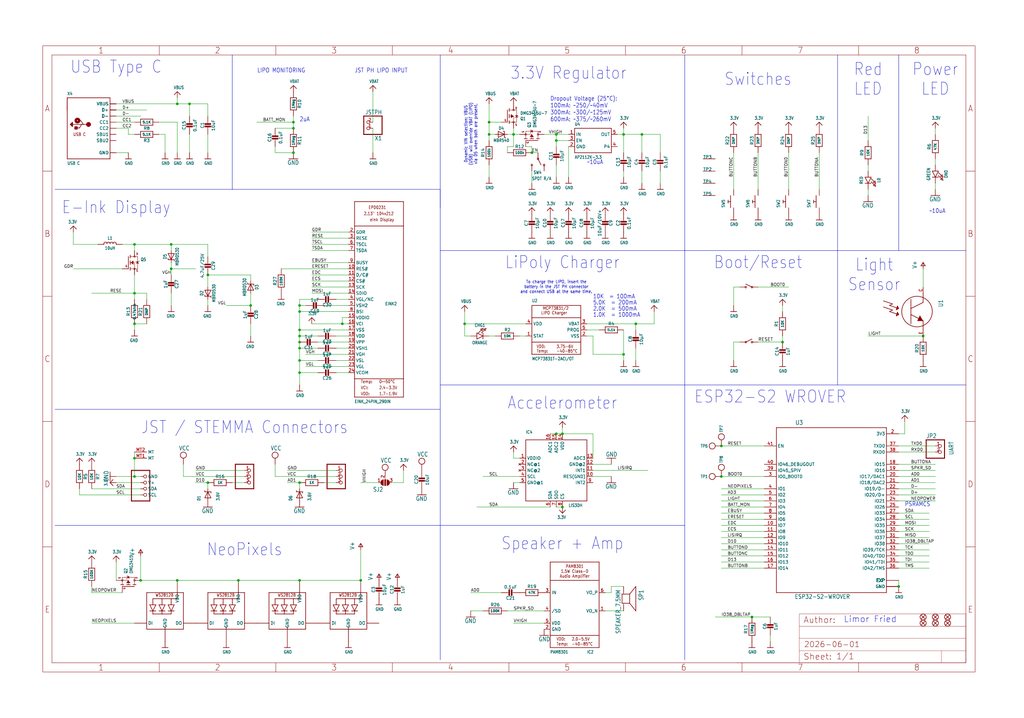
<source format=kicad_sch>
(kicad_sch (version 20230121) (generator eeschema)
  (paper "User" 425.45 298.602)
  (junction (at 55.88 190.5))
  (junction (at 55.88 134.62))
  (junction (at 55.88 198.12))
  (junction (at 220.98 63.5))
  (junction (at 124.46 129.54))
  (junction (at 121.92 53.34))
  (junction (at 259.08 55.88))
  (junction (at 142.24 134.62))
  (junction (at 104.14 127))
  (junction (at 383.54 139.7))
  (junction (at 203.2 50.8))
  (junction (at 203.2 55.88))
  (junction (at 373.38 243.84))
  (junction (at 99.06 241.3))
  (junction (at 124.46 127))
  (junction (at 233.68 210.82))
  (junction (at 231.14 180.34))
  (junction (at 231.14 58.42))
  (junction (at 121.92 63.5))
  (junction (at 266.7 55.88))
  (junction (at 231.14 55.88))
  (junction (at 121.92 50.8))
  (junction (at 58.42 241.3))
  (junction (at 124.46 144.78))
  (junction (at 213.36 55.88))
  (junction (at 233.68 180.34))
  (junction (at 55.88 121.92))
  (junction (at 78.74 43.18))
  (junction (at 124.46 139.7))
  (junction (at 124.46 241.3))
  (junction (at 71.12 111.76))
  (junction (at 124.46 200.66))
  (junction (at 299.72 185.42))
  (junction (at 149.86 241.3))
  (junction (at 55.88 101.6))
  (junction (at 193.04 134.62))
  (junction (at 264.16 134.62))
  (junction (at 124.46 154.94))
  (junction (at 299.72 198.12))
  (junction (at 86.36 200.66))
  (junction (at 73.66 43.18))
  (junction (at 124.46 137.16))
  (junction (at 124.46 142.24))
  (junction (at 73.66 241.3))
  (junction (at 71.12 101.6))
  (junction (at 259.08 147.32))
  (junction (at 325.12 142.24))
  (junction (at 124.46 149.86))
  (junction (at 312.42 256.54))
  (junction (at 86.36 114.3))
  (wire (pts (xy 124.46 149.86) (xy 124.46 144.78)) (stroke (width 0.1524)))
  (wire (pts (xy 373.38 205.74) (xy 388.62 205.74)) (stroke (width 0.1524)))
  (wire (pts (xy 129.54 116.84) (xy 144.78 116.84)) (stroke (width 0.1524)))
  (wire (pts (xy 60.96 121.92) (xy 60.96 124.46)) (stroke (width 0.1524)))
  (wire (pts (xy 373.38 198.12) (xy 388.62 198.12)) (stroke (width 0.1524)))
  (wire (pts (xy 388.62 55.88) (xy 388.62 53.34)) (stroke (width 0.1524)))
  (wire (pts (xy 373.38 208.28) (xy 388.62 208.28)) (stroke (width 0.1524)))
  (wire (pts (xy 144.78 137.16) (xy 124.46 137.16)) (stroke (width 0.1524)))
  (wire (pts (xy 86.36 124.46) (xy 86.36 127)) (stroke (width 0.1524)))
  (wire (pts (xy 386.08 236.22) (xy 373.38 236.22)) (stroke (width 0.1524)))
  (wire (pts (xy 55.88 198.12) (xy 48.26 198.12)) (stroke (width 0.1524)))
  (wire (pts (xy 58.42 241.3) (xy 58.42 231.14)) (stroke (width 0.1524)))
  (wire (pts (xy 58.42 203.2) (xy 38.1 203.2)) (stroke (width 0.1524)))
  (wire (pts (xy 124.46 124.46) (xy 124.46 127)) (stroke (width 0.1524)))
  (wire (pts (xy 124.46 154.94) (xy 124.46 149.86)) (stroke (width 0.1524)))
  (wire (pts (xy 203.2 50.8) (xy 203.2 43.18)) (stroke (width 0.1524)))
  (wire (pts (xy 124.46 127) (xy 127 127)) (stroke (width 0.1524)))
  (wire (pts (xy 144.78 114.3) (xy 129.54 114.3)) (stroke (width 0.1524)))
  (wire (pts (xy 233.68 177.8) (xy 233.68 180.34)) (stroke (width 0.1524)))
  (wire (pts (xy 259.08 137.16) (xy 259.08 147.32)) (stroke (width 0.1524)))
  (polyline (pts (xy 284.48 22.86) (xy 284.48 104.14)) (stroke (width 0.1524) (type solid)))
  (wire (pts (xy 71.12 114.3) (xy 71.12 111.76)) (stroke (width 0.1524)))
  (wire (pts (xy 317.5 233.68) (xy 299.72 233.68)) (stroke (width 0.1524)))
  (wire (pts (xy 78.74 43.18) (xy 78.74 48.26)) (stroke (width 0.1524)))
  (wire (pts (xy 78.74 63.5) (xy 78.74 55.88)) (stroke (width 0.1524)))
  (wire (pts (xy 264.16 134.62) (xy 243.84 134.62)) (stroke (width 0.1524)))
  (wire (pts (xy 66.04 50.8) (xy 73.66 50.8)) (stroke (width 0.1524)))
  (wire (pts (xy 215.9 55.88) (xy 213.36 55.88)) (stroke (width 0.1524)))
  (wire (pts (xy 213.36 53.34) (xy 213.36 55.88)) (stroke (width 0.1524)))
  (wire (pts (xy 66.04 55.88) (xy 68.58 55.88)) (stroke (width 0.1524)))
  (wire (pts (xy 129.54 101.6) (xy 144.78 101.6)) (stroke (width 0.1524)))
  (polyline (pts (xy 284.48 104.14) (xy 284.48 160.02)) (stroke (width 0.1524) (type solid)))
  (wire (pts (xy 132.08 139.7) (xy 124.46 139.7)) (stroke (width 0.1524)))
  (wire (pts (xy 317.5 223.52) (xy 299.72 223.52)) (stroke (width 0.1524)))
  (wire (pts (xy 231.14 210.82) (xy 233.68 210.82)) (stroke (width 0.1524)))
  (polyline (pts (xy 284.48 218.44) (xy 182.88 218.44)) (stroke (width 0.1524) (type solid)))
  (polyline (pts (xy 284.48 274.32) (xy 284.48 218.44)) (stroke (width 0.1524) (type solid)))
  (wire (pts (xy 373.38 193.04) (xy 388.62 193.04)) (stroke (width 0.1524)))
  (polyline (pts (xy 284.48 218.44) (xy 284.48 160.02)) (stroke (width 0.1524) (type solid)))
  (wire (pts (xy 383.54 111.76) (xy 383.54 119.38)) (stroke (width 0.1524)))
  (polyline (pts (xy 22.86 78.74) (xy 96.52 78.74)) (stroke (width 0.1524) (type solid)))
  (wire (pts (xy 124.46 160.02) (xy 124.46 154.94)) (stroke (width 0.1524)))
  (wire (pts (xy 124.46 200.66) (xy 119.38 200.66)) (stroke (width 0.1524)))
  (wire (pts (xy 139.7 195.58) (xy 119.38 195.58)) (stroke (width 0.1524)))
  (wire (pts (xy 55.88 101.6) (xy 50.8 101.6)) (stroke (width 0.1524)))
  (polyline (pts (xy 373.38 22.86) (xy 373.38 104.14)) (stroke (width 0.1524) (type solid)))
  (polyline (pts (xy 182.88 160.02) (xy 182.88 104.14)) (stroke (width 0.1524) (type solid)))
  (wire (pts (xy 53.34 63.5) (xy 48.26 63.5)) (stroke (width 0.1524)))
  (wire (pts (xy 373.38 233.68) (xy 386.08 233.68)) (stroke (width 0.1524)))
  (wire (pts (xy 299.72 220.98) (xy 317.5 220.98)) (stroke (width 0.1524)))
  (wire (pts (xy 213.36 60.96) (xy 213.36 55.88)) (stroke (width 0.1524)))
  (wire (pts (xy 124.46 129.54) (xy 124.46 127)) (stroke (width 0.1524)))
  (wire (pts (xy 210.82 55.88) (xy 213.36 55.88)) (stroke (width 0.1524)))
  (wire (pts (xy 243.84 137.16) (xy 248.92 137.16)) (stroke (width 0.1524)))
  (wire (pts (xy 139.7 144.78) (xy 144.78 144.78)) (stroke (width 0.1524)))
  (wire (pts (xy 81.28 111.76) (xy 71.12 111.76)) (stroke (width 0.1524)))
  (wire (pts (xy 149.86 241.3) (xy 149.86 228.6)) (stroke (width 0.1524)))
  (wire (pts (xy 142.24 134.62) (xy 144.78 134.62)) (stroke (width 0.1524)))
  (wire (pts (xy 193.04 129.54) (xy 193.04 134.62)) (stroke (width 0.1524)))
  (wire (pts (xy 373.38 203.2) (xy 388.62 203.2)) (stroke (width 0.1524)))
  (wire (pts (xy 271.78 129.54) (xy 271.78 134.62)) (stroke (width 0.1524)))
  (wire (pts (xy 264.16 137.16) (xy 264.16 134.62)) (stroke (width 0.1524)))
  (wire (pts (xy 246.38 190.5) (xy 246.38 180.34)) (stroke (width 0.1524)))
  (polyline (pts (xy 182.88 78.74) (xy 182.88 104.14)) (stroke (width 0.1524) (type solid)))
  (wire (pts (xy 48.26 53.34) (xy 53.34 53.34)) (stroke (width 0.1524)))
  (wire (pts (xy 48.26 233.68) (xy 48.26 241.3)) (stroke (width 0.1524)))
  (wire (pts (xy 50.8 246.38) (xy 38.1 246.38)) (stroke (width 0.1524)))
  (wire (pts (xy 360.68 48.26) (xy 360.68 58.42)) (stroke (width 0.1524)))
  (wire (pts (xy 383.54 139.7) (xy 360.68 139.7)) (stroke (width 0.1524)))
  (wire (pts (xy 299.72 226.06) (xy 317.5 226.06)) (stroke (width 0.1524)))
  (wire (pts (xy 246.38 147.32) (xy 259.08 147.32)) (stroke (width 0.1524)))
  (wire (pts (xy 144.78 121.92) (xy 129.54 121.92)) (stroke (width 0.1524)))
  (wire (pts (xy 129.54 99.06) (xy 144.78 99.06)) (stroke (width 0.1524)))
  (wire (pts (xy 259.08 63.5) (xy 259.08 55.88)) (stroke (width 0.1524)))
  (wire (pts (xy 53.34 55.88) (xy 55.88 55.88)) (stroke (width 0.1524)))
  (wire (pts (xy 312.42 256.54) (xy 297.18 256.54)) (stroke (width 0.1524)))
  (wire (pts (xy 373.38 187.96) (xy 388.62 187.96)) (stroke (width 0.1524)))
  (wire (pts (xy 48.26 45.72) (xy 60.96 45.72)) (stroke (width 0.1524)))
  (wire (pts (xy 76.2 198.12) (xy 101.6 198.12)) (stroke (width 0.1524)))
  (wire (pts (xy 223.52 63.5) (xy 220.98 63.5)) (stroke (width 0.1524)))
  (wire (pts (xy 231.14 58.42) (xy 231.14 55.88)) (stroke (width 0.1524)))
  (wire (pts (xy 58.42 205.74) (xy 33.02 205.74)) (stroke (width 0.1524)))
  (wire (pts (xy 73.66 50.8) (xy 73.66 63.5)) (stroke (width 0.1524)))
  (wire (pts (xy 104.14 139.7) (xy 104.14 134.62)) (stroke (width 0.1524)))
  (wire (pts (xy 373.38 200.66) (xy 388.62 200.66)) (stroke (width 0.1524)))
  (polyline (pts (xy 182.88 86.36) (xy 182.88 22.86)) (stroke (width 0.1524) (type solid)))
  (wire (pts (xy 340.36 63.5) (xy 340.36 78.74)) (stroke (width 0.1524)))
  (wire (pts (xy 307.34 142.24) (xy 304.8 142.24)) (stroke (width 0.1524)))
  (wire (pts (xy 71.12 101.6) (xy 86.36 101.6)) (stroke (width 0.1524)))
  (wire (pts (xy 208.28 50.8) (xy 203.2 50.8)) (stroke (width 0.1524)))
  (wire (pts (xy 144.78 124.46) (xy 139.7 124.46)) (stroke (width 0.1524)))
  (wire (pts (xy 304.8 78.74) (xy 304.8 63.5)) (stroke (width 0.1524)))
  (wire (pts (xy 236.22 58.42) (xy 231.14 58.42)) (stroke (width 0.1524)))
  (wire (pts (xy 226.06 259.08) (xy 213.36 259.08)) (stroke (width 0.1524)))
  (wire (pts (xy 317.5 215.9) (xy 299.72 215.9)) (stroke (width 0.1524)))
  (wire (pts (xy 236.22 60.96) (xy 236.22 73.66)) (stroke (width 0.1524)))
  (wire (pts (xy 30.48 96.52) (xy 30.48 101.6)) (stroke (width 0.1524)))
  (wire (pts (xy 121.92 48.26) (xy 121.92 50.8)) (stroke (width 0.1524)))
  (wire (pts (xy 274.32 71.12) (xy 274.32 76.2)) (stroke (width 0.1524)))
  (wire (pts (xy 30.48 111.76) (xy 50.8 111.76)) (stroke (width 0.1524)))
  (polyline (pts (xy 284.48 160.02) (xy 182.88 160.02)) (stroke (width 0.1524) (type solid)))
  (wire (pts (xy 93.98 127) (xy 104.14 127)) (stroke (width 0.1524)))
  (wire (pts (xy 373.38 185.42) (xy 388.62 185.42)) (stroke (width 0.1524)))
  (wire (pts (xy 259.08 55.88) (xy 266.7 55.88)) (stroke (width 0.1524)))
  (wire (pts (xy 162.56 200.66) (xy 167.64 200.66)) (stroke (width 0.1524)))
  (wire (pts (xy 124.46 142.24) (xy 124.46 139.7)) (stroke (width 0.1524)))
  (wire (pts (xy 129.54 119.38) (xy 144.78 119.38)) (stroke (width 0.1524)))
  (wire (pts (xy 104.14 114.3) (xy 86.36 114.3)) (stroke (width 0.1524)))
  (wire (pts (xy 259.08 71.12) (xy 259.08 73.66)) (stroke (width 0.1524)))
  (wire (pts (xy 157.48 200.66) (xy 149.86 200.66)) (stroke (width 0.1524)))
  (wire (pts (xy 144.78 96.52) (xy 129.54 96.52)) (stroke (width 0.1524)))
  (wire (pts (xy 299.72 210.82) (xy 317.5 210.82)) (stroke (width 0.1524)))
  (polyline (pts (xy 347.98 160.02) (xy 401.32 160.02)) (stroke (width 0.1524) (type solid)))
  (wire (pts (xy 144.78 127) (xy 134.62 127)) (stroke (width 0.1524)))
  (wire (pts (xy 193.04 139.7) (xy 193.04 134.62)) (stroke (width 0.1524)))
  (wire (pts (xy 373.38 218.44) (xy 386.08 218.44)) (stroke (width 0.1524)))
  (wire (pts (xy 233.68 180.34) (xy 231.14 180.34)) (stroke (width 0.1524)))
  (polyline (pts (xy 182.88 218.44) (xy 22.86 218.44)) (stroke (width 0.1524) (type solid)))
  (wire (pts (xy 299.72 228.6) (xy 317.5 228.6)) (stroke (width 0.1524)))
  (wire (pts (xy 33.02 205.74) (xy 33.02 203.2)) (stroke (width 0.1524)))
  (wire (pts (xy 251.46 246.38) (xy 254 246.38)) (stroke (width 0.1524)))
  (wire (pts (xy 142.24 132.08) (xy 142.24 134.62)) (stroke (width 0.1524)))
  (wire (pts (xy 55.88 124.46) (xy 55.88 121.92)) (stroke (width 0.1524)))
  (wire (pts (xy 73.66 40.64) (xy 73.66 43.18)) (stroke (width 0.1524)))
  (polyline (pts (xy 96.52 78.74) (xy 182.88 78.74)) (stroke (width 0.1524) (type solid)))
  (polyline (pts (xy 96.52 78.74) (xy 96.52 22.86)) (stroke (width 0.1524) (type solid)))
  (wire (pts (xy 114.3 53.34) (xy 121.92 53.34)) (stroke (width 0.1524)))
  (wire (pts (xy 388.62 68.58) (xy 388.62 66.04)) (stroke (width 0.1524)))
  (wire (pts (xy 86.36 43.18) (xy 78.74 43.18)) (stroke (width 0.1524)))
  (wire (pts (xy 142.24 134.62) (xy 129.54 134.62)) (stroke (width 0.1524)))
  (wire (pts (xy 210.82 60.96) (xy 213.36 60.96)) (stroke (width 0.1524)))
  (wire (pts (xy 386.08 213.36) (xy 373.38 213.36)) (stroke (width 0.1524)))
  (wire (pts (xy 299.72 213.36) (xy 317.5 213.36)) (stroke (width 0.1524)))
  (wire (pts (xy 144.78 129.54) (xy 124.46 129.54)) (stroke (width 0.1524)))
  (wire (pts (xy 266.7 55.88) (xy 266.7 63.5)) (stroke (width 0.1524)))
  (wire (pts (xy 317.5 205.74) (xy 299.72 205.74)) (stroke (width 0.1524)))
  (wire (pts (xy 73.66 241.3) (xy 99.06 241.3)) (stroke (width 0.1524)))
  (wire (pts (xy 48.26 50.8) (xy 55.88 50.8)) (stroke (width 0.1524)))
  (wire (pts (xy 71.12 101.6) (xy 71.12 104.14)) (stroke (width 0.1524)))
  (wire (pts (xy 121.92 50.8) (xy 121.92 53.34)) (stroke (width 0.1524)))
  (wire (pts (xy 129.54 104.14) (xy 144.78 104.14)) (stroke (width 0.1524)))
  (wire (pts (xy 76.2 198.12) (xy 76.2 193.04)) (stroke (width 0.1524)))
  (wire (pts (xy 266.7 55.88) (xy 274.32 55.88)) (stroke (width 0.1524)))
  (wire (pts (xy 55.88 190.5) (xy 55.88 198.12)) (stroke (width 0.1524)))
  (wire (pts (xy 210.82 63.5) (xy 210.82 60.96)) (stroke (width 0.1524)))
  (wire (pts (xy 203.2 139.7) (xy 205.74 139.7)) (stroke (width 0.1524)))
  (wire (pts (xy 71.12 121.92) (xy 71.12 127)) (stroke (width 0.1524)))
  (wire (pts (xy 38.1 246.38) (xy 38.1 243.84)) (stroke (width 0.1524)))
  (wire (pts (xy 124.46 241.3) (xy 149.86 241.3)) (stroke (width 0.1524)))
  (wire (pts (xy 58.42 241.3) (xy 73.66 241.3)) (stroke (width 0.1524)))
  (wire (pts (xy 274.32 55.88) (xy 274.32 63.5)) (stroke (width 0.1524)))
  (wire (pts (xy 132.08 144.78) (xy 124.46 144.78)) (stroke (width 0.1524)))
  (wire (pts (xy 101.6 195.58) (xy 81.28 195.58)) (stroke (width 0.1524)))
  (wire (pts (xy 99.06 241.3) (xy 124.46 241.3)) (stroke (width 0.1524)))
  (wire (pts (xy 373.38 195.58) (xy 388.62 195.58)) (stroke (width 0.1524)))
  (wire (pts (xy 314.96 119.38) (xy 327.66 119.38)) (stroke (width 0.1524)))
  (wire (pts (xy 48.26 43.18) (xy 73.66 43.18)) (stroke (width 0.1524)))
  (wire (pts (xy 360.68 68.58) (xy 360.68 71.12)) (stroke (width 0.1524)))
  (polyline (pts (xy 182.88 170.18) (xy 22.86 170.18)) (stroke (width 0.1524) (type solid)))
  (wire (pts (xy 144.78 139.7) (xy 139.7 139.7)) (stroke (width 0.1524)))
  (wire (pts (xy 114.3 198.12) (xy 114.3 193.04)) (stroke (width 0.1524)))
  (wire (pts (xy 320.04 256.54) (xy 312.42 256.54)) (stroke (width 0.1524)))
  (wire (pts (xy 259.08 55.88) (xy 259.08 53.34)) (stroke (width 0.1524)))
  (wire (pts (xy 246.38 198.12) (xy 254 198.12)) (stroke (width 0.1524)))
  (wire (pts (xy 124.46 144.78) (xy 124.46 142.24)) (stroke (width 0.1524)))
  (wire (pts (xy 55.88 187.96) (xy 55.88 190.5)) (stroke (width 0.1524)))
  (polyline (pts (xy 182.88 218.44) (xy 182.88 160.02)) (stroke (width 0.1524) (type solid)))
  (wire (pts (xy 304.8 119.38) (xy 304.8 127)) (stroke (width 0.1524)))
  (wire (pts (xy 213.36 190.5) (xy 213.36 187.96)) (stroke (width 0.1524)))
  (wire (pts (xy 325.12 127) (xy 325.12 129.54)) (stroke (width 0.1524)))
  (wire (pts (xy 373.38 215.9) (xy 386.08 215.9)) (stroke (width 0.1524)))
  (wire (pts (xy 48.26 48.26) (xy 58.42 48.26)) (stroke (width 0.1524)))
  (wire (pts (xy 116.84 111.76) (xy 144.78 111.76)) (stroke (width 0.1524)))
  (wire (pts (xy 231.14 60.96) (xy 231.14 58.42)) (stroke (width 0.1524)))
  (wire (pts (xy 215.9 139.7) (xy 218.44 139.7)) (stroke (width 0.1524)))
  (wire (pts (xy 55.88 121.92) (xy 38.1 121.92)) (stroke (width 0.1524)))
  (wire (pts (xy 236.22 55.88) (xy 231.14 55.88)) (stroke (width 0.1524)))
  (wire (pts (xy 317.5 185.42) (xy 299.72 185.42)) (stroke (width 0.1524)))
  (wire (pts (xy 360.68 81.28) (xy 360.68 78.74)) (stroke (width 0.1524)))
  (wire (pts (xy 264.16 134.62) (xy 271.78 134.62)) (stroke (width 0.1524)))
  (wire (pts (xy 154.94 63.5) (xy 154.94 53.34)) (stroke (width 0.1524)))
  (wire (pts (xy 228.6 210.82) (xy 198.12 210.82)) (stroke (width 0.1524)))
  (wire (pts (xy 373.38 228.6) (xy 386.08 228.6)) (stroke (width 0.1524)))
  (wire (pts (xy 314.96 63.5) (xy 314.96 78.74)) (stroke (width 0.1524)))
  (wire (pts (xy 299.72 208.28) (xy 317.5 208.28)) (stroke (width 0.1524)))
  (polyline (pts (xy 182.88 274.32) (xy 182.88 218.44)) (stroke (width 0.1524) (type solid)))
  (wire (pts (xy 254 243.84) (xy 259.08 243.84)) (stroke (width 0.1524)))
  (wire (pts (xy 78.74 43.18) (xy 73.66 43.18)) (stroke (width 0.1524)))
  (wire (pts (xy 55.88 121.92) (xy 60.96 121.92)) (stroke (width 0.1524)))
  (wire (pts (xy 304.8 142.24) (xy 304.8 149.86)) (stroke (width 0.1524)))
  (wire (pts (xy 218.44 60.96) (xy 220.98 60.96)) (stroke (width 0.1524)))
  (wire (pts (xy 373.38 223.52) (xy 386.08 223.52)) (stroke (width 0.1524)))
  (wire (pts (xy 193.04 134.62) (xy 218.44 134.62)) (stroke (width 0.1524)))
  (wire (pts (xy 373.38 220.98) (xy 386.08 220.98)) (stroke (width 0.1524)))
  (polyline (pts (xy 347.98 104.14) (xy 347.98 160.02)) (stroke (width 0.1524) (type solid)))
  (wire (pts (xy 203.2 58.42) (xy 203.2 55.88)) (stroke (width 0.1524)))
  (wire (pts (xy 259.08 254) (xy 251.46 254)) (stroke (width 0.1524)))
  (polyline (pts (xy 284.48 104.14) (xy 347.98 104.14)) (stroke (width 0.1524) (type solid)))
  (wire (pts (xy 231.14 180.34) (xy 228.6 180.34)) (stroke (width 0.1524)))
  (polyline (pts (xy 347.98 104.14) (xy 373.38 104.14)) (stroke (width 0.1524) (type solid)))
  (wire (pts (xy 144.78 132.08) (xy 142.24 132.08)) (stroke (width 0.1524)))
  (wire (pts (xy 55.88 104.14) (xy 55.88 101.6)) (stroke (width 0.1524)))
  (wire (pts (xy 327.66 63.5) (xy 327.66 78.74)) (stroke (width 0.1524)))
  (wire (pts (xy 48.26 200.66) (xy 58.42 200.66)) (stroke (width 0.1524)))
  (wire (pts (xy 60.96 134.62) (xy 55.88 134.62)) (stroke (width 0.1524)))
  (wire (pts (xy 55.88 101.6) (xy 71.12 101.6)) (stroke (width 0.1524)))
  (wire (pts (xy 167.64 200.66) (xy 167.64 195.58)) (stroke (width 0.1524)))
  (wire (pts (xy 373.38 180.34) (xy 375.92 180.34)) (stroke (width 0.1524)))
  (wire (pts (xy 132.08 154.94) (xy 124.46 154.94)) (stroke (width 0.1524)))
  (wire (pts (xy 205.74 55.88) (xy 203.2 55.88)) (stroke (width 0.1524)))
  (wire (pts (xy 86.36 203.2) (xy 86.36 200.66)) (stroke (width 0.1524)))
  (wire (pts (xy 317.5 203.2) (xy 299.72 203.2)) (stroke (width 0.1524)))
  (wire (pts (xy 121.92 50.8) (xy 106.68 50.8)) (stroke (width 0.1524)))
  (wire (pts (xy 53.34 53.34) (xy 53.34 55.88)) (stroke (width 0.1524)))
  (wire (pts (xy 154.94 38.1) (xy 154.94 50.8)) (stroke (width 0.1524)))
  (wire (pts (xy 86.36 119.38) (xy 86.36 114.3)) (stroke (width 0.1524)))
  (wire (pts (xy 55.88 198.12) (xy 58.42 198.12)) (stroke (width 0.1524)))
  (wire (pts (xy 104.14 116.84) (xy 104.14 114.3)) (stroke (width 0.1524)))
  (wire (pts (xy 246.38 193.04) (xy 254 193.04)) (stroke (width 0.1524)))
  (wire (pts (xy 132.08 149.86) (xy 124.46 149.86)) (stroke (width 0.1524)))
  (wire (pts (xy 55.88 259.08) (xy 38.1 259.08)) (stroke (width 0.1524)))
  (wire (pts (xy 139.7 200.66) (xy 134.62 200.66)) (stroke (width 0.1524)))
  (wire (pts (xy 86.36 48.26) (xy 86.36 43.18)) (stroke (width 0.1524)))
  (wire (pts (xy 373.38 226.06) (xy 386.08 226.06)) (stroke (width 0.1524)))
  (wire (pts (xy 200.66 254) (xy 195.58 254)) (stroke (width 0.1524)))
  (wire (pts (xy 121.92 63.5) (xy 114.3 63.5)) (stroke (width 0.1524)))
  (wire (pts (xy 256.54 55.88) (xy 259.08 55.88)) (stroke (width 0.1524)))
  (wire (pts (xy 320.04 266.7) (xy 320.04 264.16)) (stroke (width 0.1524)))
  (wire (pts (xy 124.46 203.2) (xy 124.46 200.66)) (stroke (width 0.1524)))
  (wire (pts (xy 231.14 68.58) (xy 231.14 73.66)) (stroke (width 0.1524)))
  (wire (pts (xy 373.38 241.3) (xy 373.38 243.84)) (stroke (width 0.1524)))
  (wire (pts (xy 226.06 254) (xy 210.82 254)) (stroke (width 0.1524)))
  (wire (pts (xy 86.36 101.6) (xy 86.36 106.68)) (stroke (width 0.1524)))
  (wire (pts (xy 86.36 200.66) (xy 81.28 200.66)) (stroke (width 0.1524)))
  (wire (pts (xy 71.12 109.22) (xy 71.12 111.76)) (stroke (width 0.1524)))
  (wire (pts (xy 325.12 139.7) (xy 325.12 142.24)) (stroke (width 0.1524)))
  (wire (pts (xy 144.78 109.22) (xy 129.54 109.22)) (stroke (width 0.1524)))
  (wire (pts (xy 388.62 76.2) (xy 388.62 78.74)) (stroke (width 0.1524)))
  (wire (pts (xy 317.5 198.12) (xy 299.72 198.12)) (stroke (width 0.1524)))
  (wire (pts (xy 101.6 200.66) (xy 96.52 200.66)) (stroke (width 0.1524)))
  (wire (pts (xy 243.84 139.7) (xy 246.38 139.7)) (stroke (width 0.1524)))
  (wire (pts (xy 195.58 139.7) (xy 193.04 139.7)) (stroke (width 0.1524)))
  (wire (pts (xy 144.78 152.4) (xy 127 152.4)) (stroke (width 0.1524)))
  (wire (pts (xy 144.78 142.24) (xy 132.08 142.24)) (stroke (width 0.1524)))
  (polyline (pts (xy 347.98 22.86) (xy 347.98 104.14)) (stroke (width 0.1524) (type solid)))
  (wire (pts (xy 386.08 231.14) (xy 373.38 231.14)) (stroke (width 0.1524)))
  (wire (pts (xy 124.46 139.7) (xy 124.46 137.16)) (stroke (width 0.1524)))
  (wire (pts (xy 299.72 218.44) (xy 317.5 218.44)) (stroke (width 0.1524)))
  (wire (pts (xy 68.58 55.88) (xy 68.58 63.5)) (stroke (width 0.1524)))
  (wire (pts (xy 208.28 246.38) (xy 195.58 246.38)) (stroke (width 0.1524)))
  (wire (pts (xy 215.9 198.12) (xy 200.66 198.12)) (stroke (width 0.1524)))
  (wire (pts (xy 215.9 190.5) (xy 213.36 190.5)) (stroke (width 0.1524)))
  (wire (pts (xy 203.2 73.66) (xy 203.2 68.58)) (stroke (width 0.1524)))
  (wire (pts (xy 124.46 137.16) (xy 124.46 129.54)) (stroke (width 0.1524)))
  (wire (pts (xy 246.38 195.58) (xy 269.24 195.58)) (stroke (width 0.1524)))
  (wire (pts (xy 264.16 144.78) (xy 264.16 149.86)) (stroke (width 0.1524)))
  (wire (pts (xy 317.5 236.22) (xy 299.72 236.22)) (stroke (width 0.1524)))
  (wire (pts (xy 132.08 124.46) (xy 124.46 124.46)) (stroke (width 0.1524)))
  (wire (pts (xy 254 246.38) (xy 254 243.84)) (stroke (width 0.1524)))
  (wire (pts (xy 307.34 119.38) (xy 304.8 119.38)) (stroke (width 0.1524)))
  (polyline (pts (xy 373.38 104.14) (xy 401.32 104.14)) (stroke (width 0.1524) (type solid)))
  (wire (pts (xy 375.92 180.34) (xy 375.92 175.26)) (stroke (width 0.1524)))
  (polyline (pts (xy 284.48 104.14) (xy 182.88 104.14)) (stroke (width 0.1524) (type solid)))
  (wire (pts (xy 259.08 147.32) (xy 259.08 149.86)) (stroke (width 0.1524)))
  (wire (pts (xy 246.38 139.7) (xy 246.38 147.32)) (stroke (width 0.1524)))
  (wire (pts (xy 114.3 63.5) (xy 114.3 60.96)) (stroke (width 0.1524)))
  (wire (pts (xy 139.7 149.86) (xy 144.78 149.86)) (stroke (width 0.1524)))
  (wire (pts (xy 114.3 198.12) (xy 139.7 198.12)) (stroke (width 0.1524)))
  (wire (pts (xy 220.98 76.2) (xy 220.98 71.12)) (stroke (width 0.1524)))
  (wire (pts (xy 144.78 147.32) (xy 127 147.32)) (stroke (width 0.1524)))
  (wire (pts (xy 203.2 55.88) (xy 203.2 50.8)) (stroke (width 0.1524)))
  (wire (pts (xy 317.5 231.14) (xy 299.72 231.14)) (stroke (width 0.1524)))
  (wire (pts (xy 104.14 127) (xy 104.14 121.92)) (stroke (width 0.1524)))
  (wire (pts (xy 226.06 55.88) (xy 231.14 55.88)) (stroke (width 0.1524)))
  (wire (pts (xy 266.7 71.12) (xy 266.7 76.2)) (stroke (width 0.1524)))
  (wire (pts (xy 314.96 142.24) (xy 325.12 142.24)) (stroke (width 0.1524)))
  (polyline (pts (xy 284.48 160.02) (xy 347.98 160.02)) (stroke (width 0.1524) (type solid)))
  (wire (pts (xy 220.98 60.96) (xy 220.98 63.5)) (stroke (width 0.1524)))
  (wire (pts (xy 246.38 180.34) (xy 233.68 180.34)) (stroke (width 0.1524)))
  (wire (pts (xy 86.36 55.88) (xy 86.36 63.5)) (stroke (width 0.1524)))
  (wire (pts (xy 30.48 101.6) (xy 40.64 101.6)) (stroke (width 0.1524)))
  (wire (pts (xy 213.36 200.66) (xy 215.9 200.66)) (stroke (width 0.1524)))
  (wire (pts (xy 139.7 154.94) (xy 144.78 154.94)) (stroke (width 0.1524)))
  (wire (pts (xy 55.88 114.3) (xy 55.88 121.92)) (stroke (width 0.1524)))
  (wire (pts (xy 55.88 137.16) (xy 55.88 134.62)) (stroke (width 0.1524)))
  (text "USB Type C" (at 48.26 27.94 0) (effects (font (size 5.08 4.318))))
  (text "Dropout Voltage (25°C):\n100mA: ~250/~40mV\n300mA: ~300/~125mV\n600mA: ~375/~260mV" (at 228.6 50.8 0) (effects (font (size 1.778 1.5113)) (justify left bottom)))
  (text "Power\nLED" (at 388.62 33.02 0) (effects (font (size 5.08 4.318))))
  (text "Accelerometer" (at 233.68 167.64 0) (effects (font (size 5.08 4.318))))
  (text "1.0K  = 1000mA" (at 246.38 132.08 0) (effects (font (size 1.778 1.5113)) (justify left bottom)))
  (text "JST / STEMMA Connectors" (at 101.6 177.8 0) (effects (font (size 5.08 4.318))))
  (text "Red\nLED" (at 360.68 33.02 0) (effects (font (size 5.08 4.318))))
  (text "Dynamic VIN selection: VBUS\n(USB) will override VBAT (LIPO)\nvia D5 when both are present." (at 195.58 55.88 90) (effects (font (size 1.27 1.0795))))
  (text "Limor Fried" (at 350.52 259.08 0) (effects (font (size 2.54 2.54)) (justify left bottom)))
  (text "Light\nSensor" (at 363.22 114.3 0) (effects (font (size 5.08 4.318))))
  (text "~10uA" (at 386.08 88.9 0) (effects (font (size 1.778 1.5113)) (justify left bottom)))
  (text "LiPoly Charger" (at 233.68 109.22 0) (effects (font (size 5.08 4.318))))
  (text "~10uA" (at 243.84 68.58 0) (effects (font (size 1.778 1.5113)) (justify left bottom)))
  (text "Boot/Reset" (at 314.96 109.22 0) (effects (font (size 5.08 4.318))))
  (text "2uA" (at 124.46 50.8 0) (effects (font (size 1.778 1.5113)) (justify left bottom)))
  (text "5.0K  = 200mA" (at 246.38 127 0) (effects (font (size 1.778 1.5113)) (justify left bottom)))
  (text "ESP32-S2 WROVER" (at 320.04 165.1 0) (effects (font (size 5.08 4.318))))
  (text "Switches" (at 314.96 33.02 0) (effects (font (size 5.08 4.318))))
  (text "3.3V Regulator" (at 236.22 30.48 0) (effects (font (size 5.08 4.318))))
  (text "Speaker + Amp" (at 233.68 226.06 0) (effects (font (size 5.08 4.318))))
  (text "LIPO MONITORING" (at 116.84 30.48 0) (effects (font (size 1.778 1.5113)) (justify bottom)))
  (text "E-Ink Display" (at 48.26 86.36 0) (effects (font (size 5.08 4.318))))
  (text "To charge the LIPO, insert the\nbattery in the JST PH connector\nand connect USB at the same time." (at 231.14 119.38 0) (effects (font (size 1.27 1.0795))))
  (text "NeoPixels" (at 101.6 228.6 0) (effects (font (size 5.08 4.318))))
  (text "JST PH LIPO INPUT" (at 147.32 30.48 0) (effects (font (size 1.778 1.5113)) (justify left bottom)))
  (text "10K  = 100mA" (at 246.38 124.46 0) (effects (font (size 1.778 1.5113)) (justify left bottom)))
  (text "2.0K  = 500mA" (at 246.38 129.54 0) (effects (font (size 1.778 1.5113)) (justify left bottom)))
  (text "PSRAMCS" (at 375.92 210.82 0) (effects (font (size 1.778 1.5113)) (justify left bottom)))
  (label "BUTTONB" (at 302.26 236.22 0) (effects (font (size 1.2446 1.2446))))
  (label "BUTTONA" (at 340.36 73.66 90) (effects (font (size 1.2446 1.2446))))
  (label "AD3" (at 302.26 205.74 0) (effects (font (size 1.2446 1.2446))))
  (label "ERESET" (at 129.54 111.76 0) (effects (font (size 1.2446 1.2446))))
  (label "VCC" (at 81.28 198.12 0) (effects (font (size 1.2446 1.2446))))
  (label "SPKR_SD" (at 213.36 254 0) (effects (font (size 1.2446 1.2446))))
  (label "VHIGH" (at 233.68 55.88 180) (effects (font (size 1.2446 1.2446))))
  (label "EBUSY" (at 302.26 213.36 0) (effects (font (size 1.2446 1.2446))))
  (label "VGH" (at 127 147.32 0) (effects (font (size 1.2446 1.2446))))
  (label "RESE" (at 45.72 121.92 0) (effects (font (size 1.2446 1.2446))))
  (label "VHIGH" (at 213.36 259.08 0) (effects (font (size 1.2446 1.2446))))
  (label "ECS" (at 129.54 116.84 0) (effects (font (size 1.2446 1.2446))))
  (label "IO38_DBLTAP" (at 375.92 226.06 0) (effects (font (size 1.2446 1.2446))))
  (label "NEOPIXELS" (at 302.26 203.2 0) (effects (font (size 1.2446 1.2446))))
  (label "LISIRQ" (at 302.26 223.52 0) (effects (font (size 1.2446 1.2446))))
  (label "SDA" (at 48.26 203.2 0) (effects (font (size 1.2446 1.2446))))
  (label "AD1" (at 119.38 200.66 0) (effects (font (size 1.2446 1.2446))))
  (label "IO38_DBLTAP" (at 299.72 256.54 0) (effects (font (size 1.2446 1.2446))))
  (label "EN" (at 220.98 63.5 0) (effects (font (size 1.2446 1.2446))))
  (label "CC2" (at 50.8 53.34 0) (effects (font (size 1.2446 1.2446))))
  (label "BATT_MON" (at 109.22 50.8 0) (effects (font (size 1.2446 1.2446))))
  (label "SPKR_SD" (at 378.46 195.58 0) (effects (font (size 1.2446 1.2446))))
  (label "BUTTONA" (at 378.46 193.04 0) (effects (font (size 1.2446 1.2446))))
  (label "BUTTOND" (at 302.26 228.6 0) (effects (font (size 1.2446 1.2446))))
  (label "TCK" (at 375.92 228.6 0) (effects (font (size 1.2446 1.2446))))
  (label "D10" (at 81.28 200.66 0) (effects (font (size 1.2446 1.2446))))
  (label "MOSI" (at 375.92 218.44 0) (effects (font (size 1.2446 1.2446))))
  (label "VHIGH" (at 152.4 200.66 90) (effects (font (size 1.2446 1.2446))))
  (label "SCL" (at 203.2 198.12 0) (effects (font (size 1.2446 1.2446))))
  (label "SCL" (at 48.26 205.74 0) (effects (font (size 1.2446 1.2446))))
  (label "LIGHT" (at 360.68 139.7 0) (effects (font (size 1.2446 1.2446))))
  (label "ECS" (at 302.26 220.98 0) (effects (font (size 1.2446 1.2446))))
  (label "NEOPOWER" (at 378.46 208.28 0) (effects (font (size 1.2446 1.2446))))
  (label "SDA" (at 203.2 210.82 0) (effects (font (size 1.2446 1.2446))))
  (label "BUTTONC" (at 302.26 231.14 0) (effects (font (size 1.2446 1.2446))))
  (label "MOSI" (at 129.54 121.92 0) (effects (font (size 1.2446 1.2446))))
  (label "CC1" (at 50.8 50.8 0) (effects (font (size 1.2446 1.2446))))
  (label "D10" (at 302.26 226.06 0) (effects (font (size 1.2446 1.2446))))
  (label "SCK" (at 129.54 119.38 0) (effects (font (size 1.2446 1.2446))))
  (label "EDC" (at 129.54 114.3 0) (effects (font (size 1.2446 1.2446))))
  (label "NEOPIXELS" (at 38.1 259.08 0) (effects (font (size 1.2446 1.2446))))
  (label "AD0" (at 378.46 198.12 0) (effects (font (size 1.2446 1.2446))))
  (label "RESET" (at 302.26 185.42 0) (effects (font (size 1.2446 1.2446))))
  (label "RESET" (at 314.96 142.24 0) (effects (font (size 1.3513 1.3513))))
  (label "RESE" (at 129.54 99.06 0) (effects (font (size 1.2446 1.2446))))
  (label "BUTTONC" (at 304.8 73.66 90) (effects (font (size 1.2446 1.2446))))
  (label "TDO" (at 375.92 231.14 0) (effects (font (size 1.2446 1.2446))))
  (label "D13" (at 360.68 55.88 90) (effects (font (size 1.2446 1.2446))))
  (label "LISIRQ" (at 256.54 195.58 0) (effects (font (size 1.2446 1.2446))))
  (label "GDR" (at 30.48 111.76 180) (effects (font (size 1.2446 1.2446))))
  (label "VCC" (at 119.38 198.12 0) (effects (font (size 1.2446 1.2446))))
  (label "D-" (at 50.8 48.26 0) (effects (font (size 1.2446 1.2446))))
  (label "EDC" (at 302.26 218.44 0) (effects (font (size 1.2446 1.2446))))
  (label "GDR" (at 129.54 96.52 0) (effects (font (size 1.2446 1.2446))))
  (label "TXD0" (at 378.46 185.42 0) (effects (font (size 1.2446 1.2446))))
  (label "D+" (at 50.8 45.72 0) (effects (font (size 1.2446 1.2446))))
  (label "GND" (at 119.38 195.58 0) (effects (font (size 1.2446 1.2446))))
  (label "TSDA" (at 129.54 104.14 0) (effects (font (size 1.2446 1.2446))))
  (label "EBUSY" (at 129.54 109.22 0) (effects (font (size 1.2446 1.2446))))
  (label "LIGHT" (at 302.26 208.28 0) (effects (font (size 1.2446 1.2446))))
  (label "NEOPOWER" (at 38.1 246.38 0) (effects (font (size 1.2446 1.2446))))
  (label "VGL" (at 93.98 127 180) (effects (font (size 1.2446 1.2446))))
  (label "D+" (at 378.46 205.74 0) (effects (font (size 1.2446 1.2446))))
  (label "VGL" (at 127 152.4 0) (effects (font (size 1.2446 1.2446))))
  (label "AD0" (at 195.58 246.38 0) (effects (font (size 1.2446 1.2446))))
  (label "BATT_MON" (at 302.26 210.82 0) (effects (font (size 1.2446 1.2446))))
  (label "ERESET" (at 302.26 215.9 0) (effects (font (size 1.2446 1.2446))))
  (label "SCL" (at 375.92 215.9 0) (effects (font (size 1.2446 1.2446))))
  (label "RXD0" (at 378.46 187.96 0) (effects (font (size 1.2446 1.2446))))
  (label "AD1" (at 378.46 200.66 0) (effects (font (size 1.2446 1.2446))))
  (label "GND" (at 81.28 195.58 0) (effects (font (size 1.2446 1.2446))))
  (label "D-" (at 378.46 203.2 0) (effects (font (size 1.2446 1.2446))))
  (label "TDI" (at 375.92 233.68 0) (effects (font (size 1.2446 1.2446))))
  (label "BUTTONB" (at 314.96 73.66 90) (effects (font (size 1.2446 1.2446))))
  (label "TMS" (at 375.92 236.22 0) (effects (font (size 1.2446 1.2446))))
  (label "VBUS" (at 50.8 43.18 0) (effects (font (size 1.2446 1.2446))))
  (label "BUTTOND" (at 327.66 73.66 90) (effects (font (size 1.2446 1.2446))))
  (label "SDA" (at 375.92 213.36 0) (effects (font (size 1.2446 1.2446))))
  (label "D13" (at 302.26 233.68 0) (effects (font (size 1.2446 1.2446))))
  (label "BOOT0" (at 320.04 119.38 0) (effects (font (size 1.2446 1.2446))))
  (label "SCK" (at 375.92 220.98 0) (effects (font (size 1.2446 1.2446))))
  (label "MISO" (at 375.92 223.52 0) (effects (font (size 1.2446 1.2446))))
  (label "TSCL" (at 129.54 101.6 0) (effects (font (size 1.2446 1.2446))))
  (label "BOOT0" (at 302.26 198.12 0) (effects (font (size 1.2446 1.2446))))
  (label "VGH" (at 71.12 114.3 180) (effects (font (size 1.2446 1.2446))))
  (symbol (lib_id "working-eagle-import:microbuilder_GND") (at 78.74 66.04 0) (unit 1)
    (property "Reference" "#U$6" (effects hide))
    (property "Value" "GND" (at 77.216 68.58 0) (effects (font (size 1.27 1.0795)) (justify left bottom)))
  )
  (symbol (lib_id "working-eagle-import:supply1_GND") (at 360.68 83.82 0) (unit 1)
    (property "Reference" "#GND17" (effects hide))
    (property "Value" "GND" (at 358.14 86.36 0) (effects (font (size 1.778 1.5113)) (justify left bottom)))
  )
  (symbol (lib_id "working-eagle-import:RESISTOR_0603_NOOUT") (at 129.54 200.66 0) (mirror y) (unit 1)
    (property "Reference" "R18" (at 129.54 198.12 0))
    (property "Value" "1K" (at 129.54 200.66 0) (effects (font (size 1.016 1.016) bold)))
    (property "Footprint" "working:0603-NO" (effects hide))
  )
  (symbol (lib_id "working-eagle-import:microbuilder_GND") (at 119.38 269.24 0) (unit 1)
    (property "Reference" "#U$63" (effects hide))
    (property "Value" "GND" (at 117.856 271.78 0) (effects (font (size 1.27 1.0795)) (justify left bottom)))
  )
  (symbol (lib_id "working-eagle-import:supply1_GND") (at 121.92 66.04 0) (unit 1)
    (property "Reference" "#GND2" (effects hide))
    (property "Value" "GND" (at 119.38 68.58 0) (effects (font (size 1.778 1.5113)) (justify left bottom)))
  )
  (symbol (lib_id "working-eagle-import:V+") (at 165.1 238.76 0) (unit 1)
    (property "Reference" "#P+5" (effects hide))
    (property "Value" "V+" (at 162.56 241.3 90) (effects (font (size 1.778 1.5113)) (justify left bottom)))
  )
  (symbol (lib_id "working-eagle-import:CAP_CERAMIC0805-NOOUTLINE") (at 228.6 93.98 0) (unit 1)
    (property "Reference" "C10" (at 226.31 92.73 90))
    (property "Value" "10µF" (at 230.9 92.73 90))
    (property "Footprint" "working:0805-NO" (effects hide))
  )
  (symbol (lib_id "working-eagle-import:CAP_CERAMIC0805-NOOUTLINE") (at 129.54 142.24 90) (unit 1)
    (property "Reference" "C31" (at 128.29 144.53 90))
    (property "Value" "1uF" (at 128.29 139.94 90))
    (property "Footprint" "working:0805-NO" (effects hide))
  )
  (symbol (lib_id "working-eagle-import:microbuilder_GND") (at 203.2 76.2 0) (unit 1)
    (property "Reference" "#U$60" (effects hide))
    (property "Value" "GND" (at 201.676 78.74 0) (effects (font (size 1.27 1.0795)) (justify left bottom)))
  )
  (symbol (lib_id "working-eagle-import:DIODE-SCHOTTKYSOD-123") (at 71.12 106.68 90) (mirror x) (unit 1)
    (property "Reference" "D5" (at 68.58 106.68 0) (effects (font (size 1.27 1.0795))))
    (property "Value" "MBR0530" (at 73.62 106.68 0) (effects (font (size 1.27 1.0795))))
    (property "Footprint" "working:SOD-123" (effects hide))
  )
  (symbol (lib_id "working-eagle-import:RESISTOR_0603_NOOUT") (at 91.44 200.66 0) (mirror y) (unit 1)
    (property "Reference" "R16" (at 91.44 198.12 0))
    (property "Value" "1K" (at 91.44 200.66 0) (effects (font (size 1.016 1.016) bold)))
    (property "Footprint" "working:0603-NO" (effects hide))
  )
  (symbol (lib_id "working-eagle-import:3.3V") (at 327.66 50.8 0) (unit 1)
    (property "Reference" "#U$66" (effects hide))
    (property "Value" "3.3V" (at 326.136 49.784 0) (effects (font (size 1.27 1.0795)) (justify left bottom)))
  )
  (symbol (lib_id "working-eagle-import:RESISTOR_0603_NOOUT") (at 220.98 246.38 0) (unit 1)
    (property "Reference" "R19" (at 220.98 243.84 0))
    (property "Value" "47K" (at 220.98 246.38 0) (effects (font (size 1.016 1.016) bold)))
    (property "Footprint" "working:0603-NO" (effects hide))
  )
  (symbol (lib_id "working-eagle-import:3.3V") (at 259.08 86.36 0) (unit 1)
    (property "Reference" "#U$48" (effects hide))
    (property "Value" "3.3V" (at 257.556 85.344 0) (effects (font (size 1.27 1.0795)) (justify left bottom)))
  )
  (symbol (lib_id "working-eagle-import:RESISTOR_0603_NOOUT") (at 210.82 139.7 0) (unit 1)
    (property "Reference" "R2" (at 210.82 137.16 0))
    (property "Value" "10K" (at 210.82 139.7 0) (effects (font (size 1.016 1.016) bold)))
    (property "Footprint" "working:0603-NO" (effects hide))
  )
  (symbol (lib_id "working-eagle-import:CAP_CERAMIC0805-NOOUTLINE") (at 243.84 93.98 0) (unit 1)
    (property "Reference" "C18" (at 241.55 92.73 90))
    (property "Value" "10µF" (at 246.14 92.73 90))
    (property "Footprint" "working:0805-NO" (effects hide))
  )
  (symbol (lib_id "working-eagle-import:3.3V") (at 233.68 213.36 180) (unit 1)
    (property "Reference" "#U$50" (effects hide))
    (property "Value" "3.3V" (at 235.204 214.376 0) (effects (font (size 1.27 1.0795)) (justify left bottom)))
  )
  (symbol (lib_id "working-eagle-import:SEWTAP_SMTNUTM3") (at 292.1 66.04 0) (unit 1)
    (property "Reference" "TP3" (at 292.1 66.04 0) (effects (justify left bottom)))
    (property "Value" "SEWTAP_SMTNUTM3" (effects hide))
    (property "Footprint" "working:SMT_NUT_3MM" (effects hide))
  )
  (symbol (lib_id "working-eagle-import:CAP_CERAMIC0805-NOOUTLINE") (at 264.16 142.24 0) (unit 1)
    (property "Reference" "C8" (at 261.87 140.99 90))
    (property "Value" "10µF" (at 266.46 140.99 90))
    (property "Footprint" "working:0805-NO" (effects hide))
  )
  (symbol (lib_id "working-eagle-import:STEMMA_I2C_QT") (at 55.88 187.96 0) (unit 3)
    (property "Reference" "CONN1" (effects hide))
    (property "Value" "STEMMA_I2C_QT" (effects hide))
    (property "Footprint" "working:JST_SH4" (effects hide))
  )
  (symbol (lib_id "working-eagle-import:SWITCH_SPDT") (at 223.52 68.58 270) (unit 1)
    (property "Reference" "SW4" (at 221.615 72.39 90) (effects (font (size 1.27 1.0795)) (justify left bottom)))
    (property "Value" "SPDT R/A" (at 220.98 74.93 90) (effects (font (size 1.27 1.0795)) (justify left bottom)))
    (property "Footprint" "working:SPDT_SMT_SSSS811101" (effects hide))
  )
  (symbol (lib_id "working-eagle-import:CAP_CERAMIC0805-NOOUTLINE") (at 236.22 93.98 0) (unit 1)
    (property "Reference" "C17" (at 233.93 92.73 90))
    (property "Value" "10µF" (at 238.52 92.73 90))
    (property "Footprint" "working:0805-NO" (effects hide))
  )
  (symbol (lib_id "working-eagle-import:USB_C") (at 38.1 53.34 0) (unit 1)
    (property "Reference" "X4" (at 27.94 39.624 0) (effects (font (size 1.27 1.0795)) (justify left bottom)))
    (property "Value" "USB C" (at 27.94 68.58 0) (effects (font (size 1.27 1.0795)) (justify left bottom)))
    (property "Footprint" "working:USB_C_CUSB31-CFM2AX-01-X" (effects hide))
  )
  (symbol (lib_id "working-eagle-import:microbuilder_GND") (at 86.36 129.54 0) (mirror y) (unit 1)
    (property "Reference" "#U$82" (effects hide))
    (property "Value" "GND" (at 87.884 132.08 0) (effects (font (size 1.27 1.0795)) (justify left bottom)))
  )
  (symbol (lib_id "working-eagle-import:microbuilder_GND") (at 71.12 129.54 0) (mirror y) (unit 1)
    (property "Reference" "#U$81" (effects hide))
    (property "Value" "GND" (at 72.644 132.08 0) (effects (font (size 1.27 1.0795)) (justify left bottom)))
  )
  (symbol (lib_id "working-eagle-import:RESISTOR_0603_NOOUT") (at 325.12 134.62 90) (unit 1)
    (property "Reference" "R1" (at 322.58 134.62 0))
    (property "Value" "10K" (at 325.12 134.62 0) (effects (font (size 1.016 1.016) bold)))
    (property "Footprint" "working:0603-NO" (effects hide))
  )
  (symbol (lib_id "working-eagle-import:TESTPOINTROUND1.5MMNO") (at 299.72 185.42 90) (unit 1)
    (property "Reference" "TP6" (at 294.132 185.42 90) (effects (font (size 1.27 1.0795)) (justify left)))
    (property "Value" "TESTPOINTROUND1.5MMNO" (effects hide))
    (property "Footprint" "working:TESTPOINT_ROUND_1.5MM_NO" (effects hide))
  )
  (symbol (lib_id "working-eagle-import:microbuilder_GND") (at 55.88 139.7 0) (mirror y) (unit 1)
    (property "Reference" "#U$79" (effects hide))
    (property "Value" "GND" (at 57.404 142.24 0) (effects (font (size 1.27 1.0795)) (justify left bottom)))
  )
  (symbol (lib_id "working-eagle-import:CAP_CERAMIC0603_NO") (at 320.04 261.62 0) (unit 1)
    (property "Reference" "C6" (at 317.75 260.37 90))
    (property "Value" "1uF" (at 322.34 260.37 90))
    (property "Footprint" "working:0603-NO" (effects hide))
  )
  (symbol (lib_id "working-eagle-import:PHOTOTRANSISTOR_PT19-315C") (at 381 129.54 0) (unit 1)
    (property "Reference" "U1" (at 389.89 124.46 90) (effects (font (size 1.778 1.5113)) (justify right top)))
    (property "Value" "PHOTOTRANSISTOR_PT19-315C" (effects hide))
    (property "Footprint" "working:ALS-PT19-315C" (effects hide))
  )
  (symbol (lib_id "working-eagle-import:WS2812B_4020") (at 93.98 256.54 0) (unit 1)
    (property "Reference" "LED3" (effects hide))
    (property "Value" "WS2812B_4020" (effects hide))
    (property "Footprint" "working:WS2812B_4020" (effects hide))
  )
  (symbol (lib_id "working-eagle-import:VREG_SOT23-5") (at 246.38 58.42 0) (unit 1)
    (property "Reference" "U4" (at 238.76 52.324 0) (effects (font (size 1.27 1.0795)) (justify left bottom)))
    (property "Value" "AP2112K-3.3" (at 238.76 66.04 0) (effects (font (size 1.27 1.0795)) (justify left bottom)))
    (property "Footprint" "working:SOT23-5" (effects hide))
  )
  (symbol (lib_id "working-eagle-import:CAP_CERAMIC0805-NOOUTLINE") (at 86.36 53.34 0) (unit 1)
    (property "Reference" "C1" (at 84.07 52.09 90))
    (property "Value" "10uF" (at 88.66 52.09 90))
    (property "Footprint" "working:0805-NO" (effects hide))
  )
  (symbol (lib_id "working-eagle-import:microbuilder_GND") (at 314.96 91.44 0) (unit 1)
    (property "Reference" "#U$32" (effects hide))
    (property "Value" "GND" (at 313.436 93.98 0) (effects (font (size 1.27 1.0795)) (justify left bottom)))
  )
  (symbol (lib_id "working-eagle-import:SWITCH_PUSHBUTTON_3.5X6MM") (at 304.8 83.82 90) (unit 1)
    (property "Reference" "SW5" (at 301.244 86.36 0) (effects (font (size 1.27 1.0795)) (justify left bottom)))
    (property "Value" "SWITCH_PUSHBUTTON_3.5X6MM" (effects hide))
    (property "Footprint" "working:TACTILE_3X6MM" (effects hide))
  )
  (symbol (lib_id "working-eagle-import:microbuilder_GND") (at 320.04 269.24 0) (unit 1)
    (property "Reference" "#U$17" (effects hide))
    (property "Value" "GND" (at 318.516 271.78 0) (effects (font (size 1.27 1.0795)) (justify left bottom)))
  )
  (symbol (lib_id "working-eagle-import:microbuilder_GND") (at 340.36 91.44 0) (unit 1)
    (property "Reference" "#U$47" (effects hide))
    (property "Value" "GND" (at 338.836 93.98 0) (effects (font (size 1.27 1.0795)) (justify left bottom)))
  )
  (symbol (lib_id "working-eagle-import:TESTPOINTROUND1.5MMNO") (at 299.72 198.12 0) (unit 1)
    (property "Reference" "TP8" (at 299.72 192.532 90) (effects (font (size 1.27 1.0795)) (justify left)))
    (property "Value" "TESTPOINTROUND1.5MMNO" (effects hide))
    (property "Footprint" "working:TESTPOINT_ROUND_1.5MM_NO" (effects hide))
  )
  (symbol (lib_id "working-eagle-import:microbuilder_GND") (at 68.58 66.04 0) (unit 1)
    (property "Reference" "#U$26" (effects hide))
    (property "Value" "GND" (at 67.056 68.58 0) (effects (font (size 1.27 1.0795)) (justify left bottom)))
  )
  (symbol (lib_id "working-eagle-import:CAP_CERAMIC0805-NOOUTLINE") (at 220.98 93.98 0) (unit 1)
    (property "Reference" "C7" (at 218.69 92.73 90))
    (property "Value" "10µF" (at 223.28 92.73 90))
    (property "Footprint" "working:0805-NO" (effects hide))
  )
  (symbol (lib_id "working-eagle-import:microbuilder_GND") (at 157.48 251.46 0) (unit 1)
    (property "Reference" "#U$7" (effects hide))
    (property "Value" "GND" (at 155.956 254 0) (effects (font (size 1.27 1.0795)) (justify left bottom)))
  )
  (symbol (lib_id "working-eagle-import:microbuilder_GND") (at 259.08 76.2 0) (unit 1)
    (property "Reference" "#U$23" (effects hide))
    (property "Value" "GND" (at 257.556 78.74 0) (effects (font (size 1.27 1.0795)) (justify left bottom)))
  )
  (symbol (lib_id "working-eagle-import:microbuilder_GND") (at 228.6 99.06 0) (unit 1)
    (property "Reference" "#U$43" (effects hide))
    (property "Value" "GND" (at 227.076 101.6 0) (effects (font (size 1.27 1.0795)) (justify left bottom)))
  )
  (symbol (lib_id "working-eagle-import:3.3V") (at 340.36 50.8 0) (unit 1)
    (property "Reference" "#U$67" (effects hide))
    (property "Value" "3.3V" (at 338.836 49.784 0) (effects (font (size 1.27 1.0795)) (justify left bottom)))
  )
  (symbol (lib_id "working-eagle-import:FIDUCIAL_1MM") (at 393.7 259.08 0) (unit 1)
    (property "Reference" "FID1" (effects hide))
    (property "Value" "FIDUCIAL_1MM" (effects hide))
    (property "Footprint" "working:FIDUCIAL_1MM" (effects hide))
  )
  (symbol (lib_id "working-eagle-import:WS2812B_4020") (at 119.38 256.54 0) (unit 1)
    (property "Reference" "LED4" (effects hide))
    (property "Value" "WS2812B_4020" (effects hide))
    (property "Footprint" "working:WS2812B_4020" (effects hide))
  )
  (symbol (lib_id "working-eagle-import:microbuilder_GND") (at 236.22 76.2 0) (unit 1)
    (property "Reference" "#U$25" (effects hide))
    (property "Value" "GND" (at 234.696 78.74 0) (effects (font (size 1.27 1.0795)) (justify left bottom)))
  )
  (symbol (lib_id "working-eagle-import:microbuilder_GND") (at 154.94 66.04 0) (unit 1)
    (property "Reference" "#U$28" (effects hide))
    (property "Value" "GND" (at 153.416 68.58 0) (effects (font (size 1.27 1.0795)) (justify left bottom)))
  )
  (symbol (lib_id "working-eagle-import:CAP_CERAMIC0805-NOOUTLINE") (at 266.7 68.58 0) (unit 1)
    (property "Reference" "C4" (at 264.41 67.33 90))
    (property "Value" "10µF" (at 269 67.33 90))
    (property "Footprint" "working:0805-NO" (effects hide))
  )
  (symbol (lib_id "working-eagle-import:STEMMA_I2C_QT") (at 58.42 203.2 0) (unit 1)
    (property "Reference" "CONN1" (effects hide))
    (property "Value" "STEMMA_I2C_QT" (effects hide))
    (property "Footprint" "working:JST_SH4" (effects hide))
  )
  (symbol (lib_id "working-eagle-import:microbuilder_GND") (at 116.84 124.46 0) (mirror y) (unit 1)
    (property "Reference" "#U$68" (effects hide))
    (property "Value" "GND" (at 118.364 127 0) (effects (font (size 1.27 1.0795)) (justify left bottom)))
  )
  (symbol (lib_id "working-eagle-import:STEMMA_I2C_QT") (at 55.88 190.5 0) (unit 2)
    (property "Reference" "CONN1" (effects hide))
    (property "Value" "STEMMA_I2C_QT" (effects hide))
    (property "Footprint" "working:JST_SH4" (effects hide))
  )
  (symbol (lib_id "working-eagle-import:microbuilder_GND") (at 325.12 152.4 0) (unit 1)
    (property "Reference" "#U$20" (effects hide))
    (property "Value" "GND" (at 323.596 154.94 0) (effects (font (size 1.27 1.0795)) (justify left bottom)))
  )
  (symbol (lib_id "working-eagle-import:microbuilder_GND") (at 251.46 99.06 0) (unit 1)
    (property "Reference" "#U$77" (effects hide))
    (property "Value" "GND" (at 249.936 101.6 0) (effects (font (size 1.27 1.0795)) (justify left bottom)))
  )
  (symbol (lib_id "working-eagle-import:3.3V") (at 251.46 86.36 0) (unit 1)
    (property "Reference" "#U$76" (effects hide))
    (property "Value" "3.3V" (at 249.936 85.344 0) (effects (font (size 1.27 1.0795)) (justify left bottom)))
  )
  (symbol (lib_id "working-eagle-import:microbuilder_GND") (at 266.7 78.74 0) (unit 1)
    (property "Reference" "#U$4" (effects hide))
    (property "Value" "GND" (at 265.176 81.28 0) (effects (font (size 1.27 1.0795)) (justify left bottom)))
  )
  (symbol (lib_id "working-eagle-import:CAP_CERAMIC0805-NOOUTLINE") (at 71.12 119.38 0) (mirror y) (unit 1)
    (property "Reference" "C27" (at 73.41 118.13 90))
    (property "Value" "1uF" (at 68.82 118.13 90))
    (property "Footprint" "working:0805-NO" (effects hide))
  )
  (symbol (lib_id "working-eagle-import:microbuilder_GND") (at 259.08 99.06 0) (unit 1)
    (property "Reference" "#U$22" (effects hide))
    (property "Value" "GND" (at 257.556 101.6 0) (effects (font (size 1.27 1.0795)) (justify left bottom)))
  )
  (symbol (lib_id "working-eagle-import:RESISTOR_0603_NOOUT") (at 383.54 144.78 90) (unit 1)
    (property "Reference" "R20" (at 381 144.78 0))
    (property "Value" "10K" (at 383.54 144.78 0) (effects (font (size 1.016 1.016) bold)))
    (property "Footprint" "working:0603-NO" (effects hide))
  )
  (symbol (lib_id "working-eagle-import:3.3V") (at 220.98 86.36 0) (unit 1)
    (property "Reference" "#U$38" (effects hide))
    (property "Value" "3.3V" (at 219.456 85.344 0) (effects (font (size 1.27 1.0795)) (justify left bottom)))
  )
  (symbol (lib_id "working-eagle-import:RESISTOR_0603_NOOUT") (at 388.62 60.96 90) (unit 1)
    (property "Reference" "R6" (at 386.08 60.96 0))
    (property "Value" "47K" (at 388.62 60.96 0) (effects (font (size 1.016 1.016) bold)))
    (property "Footprint" "working:0603-NO" (effects hide))
  )
  (symbol (lib_id "working-eagle-import:microbuilder_GND") (at 68.58 269.24 0) (unit 1)
    (property "Reference" "#U$62" (effects hide))
    (property "Value" "GND" (at 67.056 271.78 0) (effects (font (size 1.27 1.0795)) (justify left bottom)))
  )
  (symbol (lib_id "working-eagle-import:CAP_CERAMIC0603_NO") (at 259.08 93.98 0) (unit 1)
    (property "Reference" "C2" (at 256.79 92.73 90))
    (property "Value" "0.1uF" (at 261.38 92.73 90))
    (property "Footprint" "working:0603-NO" (effects hide))
  )
  (symbol (lib_id "working-eagle-import:3.3V") (at 304.8 50.8 0) (unit 1)
    (property "Reference" "#U$55" (effects hide))
    (property "Value" "3.3V" (at 303.276 49.784 0) (effects (font (size 1.27 1.0795)) (justify left bottom)))
  )
  (symbol (lib_id "working-eagle-import:RESISTOR_0603_NOOUT") (at 312.42 261.62 90) (unit 1)
    (property "Reference" "R17" (at 309.88 261.62 0))
    (property "Value" "1Meg" (at 312.42 261.62 0) (effects (font (size 1.016 1.016) bold)))
    (property "Footprint" "working:0603-NO" (effects hide))
  )
  (symbol (lib_id "working-eagle-import:microbuilder_GND") (at 304.8 129.54 0) (unit 1)
    (property "Reference" "#U$51" (effects hide))
    (property "Value" "GND" (at 303.276 132.08 0) (effects (font (size 1.27 1.0795)) (justify left bottom)))
  )
  (symbol (lib_id "working-eagle-import:microbuilder_GND") (at 220.98 78.74 0) (unit 1)
    (property "Reference" "#U$36" (effects hide))
    (property "Value" "GND" (at 219.456 81.28 0) (effects (font (size 1.27 1.0795)) (justify left bottom)))
  )
  (symbol (lib_id "working-eagle-import:supply1_GND") (at 175.26 205.74 0) (unit 1)
    (property "Reference" "#GND16" (effects hide))
    (property "Value" "GND" (at 172.72 208.28 0) (effects (font (size 1.778 1.5113)) (justify left bottom)))
  )
  (symbol (lib_id "working-eagle-import:DIODE-ZENERSOD323") (at 86.36 205.74 90) (unit 1)
    (property "Reference" "D1" (at 83.3374 208.28 0) (effects (font (size 1.27 1.0795)) (justify left bottom)))
    (property "Value" "3.6V" (at 91.2114 208.28 0) (effects (font (size 1.27 1.0795)) (justify left bottom)))
    (property "Footprint" "working:SOD-323" (effects hide))
  )
  (symbol (lib_id "working-eagle-import:CAP_CERAMIC0603_NO") (at 78.74 53.34 0) (unit 1)
    (property "Reference" "C15" (at 76.45 52.09 90))
    (property "Value" "0.1uF" (at 81.04 52.09 90))
    (property "Footprint" "working:0603-NO" (effects hide))
  )
  (symbol (lib_id "working-eagle-import:ESP32-S2-WROVER") (at 345.44 210.82 0) (unit 1)
    (property "Reference" "U3" (at 330.4041 176.6855 0) (effects (font (size 1.778 1.5113)) (justify left bottom)))
    (property "Value" "ESP32-S2-WROVER" (at 330.1533 249.0281 0) (effects (font (size 1.778 1.5113)) (justify left bottom)))
    (property "Footprint" "working:MODULE_ESP32-S2-WROVER" (effects hide))
  )
  (symbol (lib_id "working-eagle-import:VBUS") (at 73.66 38.1 0) (unit 1)
    (property "Reference" "#U$2" (effects hide))
    (property "Value" "VBUS" (at 72.136 37.084 0) (effects (font (size 1.27 1.0795)) (justify left bottom)))
  )
  (symbol (lib_id "working-eagle-import:microbuilder_GND") (at 124.46 162.56 0) (unit 1)
    (property "Reference" "#U$74" (effects hide))
    (property "Value" "GND" (at 122.936 165.1 0) (effects (font (size 1.27 1.0795)) (justify left bottom)))
  )
  (symbol (lib_id "working-eagle-import:RESISTOR_0603_NOOUT") (at 121.92 43.18 270) (unit 1)
    (property "Reference" "R10" (at 124.46 43.18 0))
    (property "Value" "1Meg" (at 121.92 43.18 0) (effects (font (size 1.016 1.016) bold)))
    (property "Footprint" "working:0603-NO" (effects hide))
  )
  (symbol (lib_id "working-eagle-import:SPEAKER_7.5MM") (at 259.08 248.92 270) (unit 1)
    (property "Reference" "SP1" (at 265.43 245.11 0) (effects (font (size 1.778 1.5113)) (justify left bottom)))
    (property "Value" "SPEAKER_7.5MM" (at 255.905 245.11 0) (effects (font (size 1.778 1.5113)) (justify left bottom)))
    (property "Footprint" "working:BUZZER_SMT_7.5MM" (effects hide))
  )
  (symbol (lib_id "working-eagle-import:CAP_CERAMIC0805-NOOUTLINE") (at 259.08 68.58 0) (unit 1)
    (property "Reference" "C13" (at 256.79 67.33 90))
    (property "Value" "10µF" (at 261.38 67.33 90))
    (property "Footprint" "working:0805-NO" (effects hide))
  )
  (symbol (lib_id "working-eagle-import:RESISTOR_0603_NOOUT") (at 116.84 116.84 90) (unit 1)
    (property "Reference" "R27" (at 114.3 116.84 0))
    (property "Value" "100K" (at 116.84 116.84 0) (effects (font (size 1.016 1.016) bold)))
    (property "Footprint" "working:0603-NO" (effects hide))
  )
  (symbol (lib_id "working-eagle-import:supply1_GND") (at 213.36 203.2 0) (unit 1)
    (property "Reference" "#GND5" (effects hide))
    (property "Value" "GND" (at 210.82 205.74 0) (effects (font (size 1.778 1.5113)) (justify left bottom)))
  )
  (symbol (lib_id "working-eagle-import:microbuilder_GND") (at 231.14 76.2 0) (unit 1)
    (property "Reference" "#U$21" (effects hide))
    (property "Value" "GND" (at 229.616 78.74 0) (effects (font (size 1.27 1.0795)) (justify left bottom)))
  )
  (symbol (lib_id "working-eagle-import:IRLML2060TRPBF") (at 53.34 109.22 0) (unit 1)
    (property "Reference" "Q5" (at 58.42 108.585 0) (effects (font (size 1.27 1.0795)) (justify left bottom)))
    (property "Value" "IRLML2060TRPBF" (effects hide))
    (property "Footprint" "working:SOT23-3" (effects hide))
  )
  (symbol (lib_id "working-eagle-import:3.3V") (at 38.1 190.5 0) (unit 1)
    (property "Reference" "#U$3" (effects hide))
    (property "Value" "3.3V" (at 36.576 189.484 0) (effects (font (size 1.27 1.0795)) (justify left bottom)))
  )
  (symbol (lib_id "working-eagle-import:DIODE-SCHOTTKYSOD-123") (at 86.36 121.92 90) (mirror x) (unit 1)
    (property "Reference" "D2" (at 83.82 121.92 0) (effects (font (size 1.27 1.0795))))
    (property "Value" "MBR0530" (at 88.86 121.92 0) (effects (font (size 1.27 1.0795))))
    (property "Footprint" "working:SOD-123" (effects hide))
  )
  (symbol (lib_id "working-eagle-import:VBAT") (at 271.78 127 0) (unit 1)
    (property "Reference" "#U$13" (effects hide))
    (property "Value" "VBAT" (at 270.256 125.984 0) (effects (font (size 1.27 1.0795)) (justify left bottom)))
  )
  (symbol (lib_id "working-eagle-import:FIDUCIAL_1MM") (at 383.54 259.08 0) (unit 1)
    (property "Reference" "FID2" (effects hide))
    (property "Value" "FIDUCIAL_1MM" (effects hide))
    (property "Footprint" "working:FIDUCIAL_1MM" (effects hide))
  )
  (symbol (lib_id "working-eagle-import:supply1_GND") (at 226.06 264.16 0) (mirror y) (unit 1)
    (property "Reference" "#GND8" (effects hide))
    (property "Value" "GND" (at 228.6 266.7 0) (effects (font (size 1.778 1.5113)) (justify left bottom)))
  )
  (symbol (lib_id "working-eagle-import:DIODE-SCHOTTKYSOD-123") (at 208.28 55.88 0) (unit 1)
    (property "Reference" "D4" (at 208.28 53.34 0) (effects (font (size 1.27 1.0795))))
    (property "Value" "MBR540" (at 208.28 58.38 0) (effects (font (size 1.27 1.0795))))
    (property "Footprint" "working:SOD-123" (effects hide))
  )
  (symbol (lib_id "working-eagle-import:microbuilder_GND") (at 274.32 78.74 0) (unit 1)
    (property "Reference" "#U$12" (effects hide))
    (property "Value" "GND" (at 272.796 81.28 0) (effects (font (size 1.27 1.0795)) (justify left bottom)))
  )
  (symbol (lib_id "working-eagle-import:3.3V") (at 228.6 86.36 0) (unit 1)
    (property "Reference" "#U$39" (effects hide))
    (property "Value" "3.3V" (at 227.076 85.344 0) (effects (font (size 1.27 1.0795)) (justify left bottom)))
  )
  (symbol (lib_id "working-eagle-import:RESISTOR_0603_NOOUT") (at 304.8 58.42 90) (unit 1)
    (property "Reference" "R22" (at 302.26 58.42 0))
    (property "Value" "DNP" (at 304.8 58.42 0) (effects (font (size 1.016 1.016) bold)))
    (property "Footprint" "working:0603-NO" (effects hide))
  )
  (symbol (lib_id "working-eagle-import:RESISTOR_0603_NOOUT") (at 327.66 58.42 90) (unit 1)
    (property "Reference" "R24" (at 325.12 58.42 0))
    (property "Value" "DNP" (at 327.66 58.42 0) (effects (font (size 1.016 1.016) bold)))
    (property "Footprint" "working:0603-NO" (effects hide))
  )
  (symbol (lib_id "working-eagle-import:CAP_CERAMIC0805-NOOUTLINE") (at 231.14 66.04 0) (unit 1)
    (property "Reference" "C11" (at 228.85 64.79 90))
    (property "Value" "10µF" (at 233.44 64.79 90))
    (property "Footprint" "working:0805-NO" (effects hide))
  )
  (symbol (lib_id "working-eagle-import:CAP_CERAMIC0805-NOOUTLINE") (at 137.16 124.46 90) (unit 1)
    (property "Reference" "C30" (at 135.91 126.75 90))
    (property "Value" "1uF" (at 135.91 122.16 90))
    (property "Footprint" "working:0805-NO" (effects hide))
  )
  (symbol (lib_id "working-eagle-import:3.3V") (at 388.62 50.8 0) (unit 1)
    (property "Reference" "#U$34" (effects hide))
    (property "Value" "3.3V" (at 387.096 49.784 0) (effects (font (size 1.27 1.0795)) (justify left bottom)))
  )
  (symbol (lib_id "working-eagle-import:CON_JST_PH_2PIN_BATT") (at 152.4 50.8 180) (unit 1)
    (property "Reference" "X1" (at 158.75 56.515 0) (effects (font (size 1.778 1.5113)) (justify left bottom)))
    (property "Value" "JSTPH" (at 158.75 45.72 0) (effects (font (size 1.778 1.5113)) (justify left bottom)))
    (property "Footprint" "working:JSTPH2_BATT" (effects hide))
  )
  (symbol (lib_id "working-eagle-import:TESTPOINTROUND1.5MMNO") (at 299.72 198.12 90) (unit 1)
    (property "Reference" "TP1" (at 294.132 198.12 90) (effects (font (size 1.27 1.0795)) (justify left)))
    (property "Value" "TESTPOINTROUND1.5MMNO" (effects hide))
    (property "Footprint" "working:TESTPOINT_ROUND_1.5MM_NO" (effects hide))
  )
  (symbol (lib_id "working-eagle-import:RESISTOR_0603_NOOUT") (at 38.1 238.76 90) (unit 1)
    (property "Reference" "R15" (at 35.56 238.76 0))
    (property "Value" "100K" (at 38.1 238.76 0) (effects (font (size 1.016 1.016) bold)))
    (property "Footprint" "working:0603-NO" (effects hide))
  )
  (symbol (lib_id "working-eagle-import:RESISTOR_0603_NOOUT") (at 360.68 63.5 90) (unit 1)
    (property "Reference" "R9" (at 358.14 63.5 0))
    (property "Value" "10K" (at 360.68 63.5 0) (effects (font (size 1.016 1.016) bold)))
    (property "Footprint" "working:0603-NO" (effects hide))
  )
  (symbol (lib_id "working-eagle-import:LED0603_NOOUTLINE") (at 388.62 73.66 270) (unit 1)
    (property "Reference" "ON0" (at 393.065 72.39 0) (effects (font (size 1.27 1.0795))))
    (property "Value" "GREEN" (at 385.826 72.39 0) (effects (font (size 1.27 1.0795))))
    (property "Footprint" "working:CHIPLED_0603_NOOUTLINE" (effects hide))
  )
  (symbol (lib_id "working-eagle-import:V+") (at 149.86 226.06 0) (unit 1)
    (property "Reference" "#P+2" (effects hide))
    (property "Value" "V+" (at 147.32 228.6 90) (effects (font (size 1.778 1.5113)) (justify left bottom)))
  )
  (symbol (lib_id "working-eagle-import:microbuilder_GND") (at 144.78 269.24 0) (unit 1)
    (property "Reference" "#U$64" (effects hide))
    (property "Value" "GND" (at 143.256 271.78 0) (effects (font (size 1.27 1.0795)) (justify left bottom)))
  )
  (symbol (lib_id "working-eagle-import:3.3V") (at 213.36 185.42 0) (unit 1)
    (property "Reference" "#U$14" (effects hide))
    (property "Value" "3.3V" (at 211.836 184.404 0) (effects (font (size 1.27 1.0795)) (justify left bottom)))
  )
  (symbol (lib_id "working-eagle-import:microbuilder_GND") (at 312.42 269.24 0) (unit 1)
    (property "Reference" "#U$16" (effects hide))
    (property "Value" "GND" (at 310.896 271.78 0) (effects (font (size 1.27 1.0795)) (justify left bottom)))
  )
  (symbol (lib_id "working-eagle-import:RESISTOR_0603_NOOUT") (at 121.92 58.42 270) (unit 1)
    (property "Reference" "R11" (at 124.46 58.42 0))
    (property "Value" "1Meg" (at 121.92 58.42 0) (effects (font (size 1.016 1.016) bold)))
    (property "Footprint" "working:0603-NO" (effects hide))
  )
  (symbol (lib_id "working-eagle-import:SWITCH_PUSHBUTTON_3.5X6MM") (at 314.96 83.82 90) (unit 1)
    (property "Reference" "SW6" (at 311.404 86.36 0) (effects (font (size 1.27 1.0795)) (justify left bottom)))
    (property "Value" "SWITCH_PUSHBUTTON_3.5X6MM" (effects hide))
    (property "Footprint" "working:TACTILE_3X6MM" (effects hide))
  )
  (symbol (lib_id "working-eagle-import:microbuilder_GND") (at 236.22 99.06 0) (unit 1)
    (property "Reference" "#U$44" (effects hide))
    (property "Value" "GND" (at 234.696 101.6 0) (effects (font (size 1.27 1.0795)) (justify left bottom)))
  )
  (symbol (lib_id "working-eagle-import:3.3V") (at 38.1 231.14 0) (unit 1)
    (property "Reference" "#U$53" (effects hide))
    (property "Value" "3.3V" (at 36.576 230.124 0) (effects (font (size 1.27 1.0795)) (justify left bottom)))
  )
  (symbol (lib_id "working-eagle-import:SWITCH_PUSHBUTTON_3.5X6MM") (at 340.36 83.82 90) (unit 1)
    (property "Reference" "SW7" (at 336.804 86.36 0) (effects (font (size 1.27 1.0795)) (justify left bottom)))
    (property "Value" "SWITCH_PUSHBUTTON_3.5X6MM" (effects hide))
    (property "Footprint" "working:TACTILE_3X6MM" (effects hide))
  )
  (symbol (lib_id "working-eagle-import:microbuilder_GND") (at 373.38 246.38 0) (unit 1)
    (property "Reference" "#U$37" (effects hide))
    (property "Value" "GND" (at 371.856 248.92 0) (effects (font (size 1.27 1.0795)) (justify left bottom)))
  )
  (symbol (lib_id "working-eagle-import:3.3V") (at 45.72 200.66 90) (unit 1)
    (property "Reference" "#U$1" (effects hide))
    (property "Value" "3.3V" (at 44.704 202.184 0) (effects (font (size 1.27 1.0795)) (justify left bottom)))
  )
  (symbol (lib_id "working-eagle-import:microbuilder_GND") (at 259.08 152.4 0) (unit 1)
    (property "Reference" "#U$11" (effects hide))
    (property "Value" "GND" (at 257.556 154.94 0) (effects (font (size 1.27 1.0795)) (justify left bottom)))
  )
  (symbol (lib_id "working-eagle-import:V+") (at 383.54 109.22 0) (unit 1)
    (property "Reference" "#P+1" (effects hide))
    (property "Value" "V+" (at 381 111.76 90) (effects (font (size 1.778 1.5113)) (justify left bottom)))
  )
  (symbol (lib_id "working-eagle-import:FIDUCIAL_1MM") (at 388.62 259.08 0) (unit 1)
    (property "Reference" "FID3" (effects hide))
    (property "Value" "FIDUCIAL_1MM" (effects hide))
    (property "Footprint" "working:FIDUCIAL_1MM" (effects hide))
  )
  (symbol (lib_id "working-eagle-import:microbuilder_GND") (at 104.14 142.24 0) (mirror y) (unit 1)
    (property "Reference" "#U$78" (effects hide))
    (property "Value" "GND" (at 105.664 144.78 0) (effects (font (size 1.27 1.0795)) (justify left bottom)))
  )
  (symbol (lib_id "working-eagle-import:microbuilder_GND") (at 93.98 269.24 0) (unit 1)
    (property "Reference" "#U$61" (effects hide))
    (property "Value" "GND" (at 92.456 271.78 0) (effects (font (size 1.27 1.0795)) (justify left bottom)))
  )
  (symbol (lib_id "working-eagle-import:MOSFET-P") (at 220.98 55.88 90) (unit 1)
    (property "Reference" "Q3" (at 220.599 53.086 0) (effects (font (size 1.27 1.0795)) (justify left bottom)))
    (property "Value" "DMG3415U-7" (at 222.885 53.086 0) (effects (font (size 1.27 1.0795)) (justify left bottom)))
    (property "Footprint" "working:SOT23-R" (effects hide))
  )
  (symbol (lib_id "working-eagle-import:CON_JST_PH_3PIN") (at 104.14 198.12 0) (unit 1)
    (property "Reference" "SENSE0" (effects hide))
    (property "Value" "JST PH 3" (effects hide))
    (property "Footprint" "working:JSTPH3" (effects hide))
  )
  (symbol (lib_id "working-eagle-import:WS2812B_4020") (at 144.78 256.54 0) (unit 1)
    (property "Reference" "LED5" (effects hide))
    (property "Value" "WS2812B_4020" (effects hide))
    (property "Footprint" "working:WS2812B_4020" (effects hide))
  )
  (symbol (lib_id "working-eagle-import:CAP_CERAMIC0603_NO") (at 274.32 68.58 0) (unit 1)
    (property "Reference" "C5" (at 272.03 67.33 90))
    (property "Value" "0.1uF" (at 276.62 67.33 90))
    (property "Footprint" "working:0603-NO" (effects hide))
  )
  (symbol (lib_id "working-eagle-import:SEWTAP_SMTNUTM3") (at 292.1 71.12 0) (unit 1)
    (property "Reference" "TP2" (at 292.1 71.12 0) (effects (justify left bottom)))
    (property "Value" "SEWTAP_SMTNUTM3" (effects hide))
    (property "Footprint" "working:SMT_NUT_3MM" (effects hide))
  )
  (symbol (lib_id "working-eagle-import:microbuilder_GND") (at 383.54 152.4 0) (unit 1)
    (property "Reference" "#U$54" (effects hide))
    (property "Value" "GND" (at 382.016 154.94 0) (effects (font (size 1.27 1.0795)) (justify left bottom)))
  )
  (symbol (lib_id "working-eagle-import:RESISTOR_0603_NOOUT") (at 60.96 50.8 180) (unit 1)
    (property "Reference" "R8" (at 60.96 53.34 0))
    (property "Value" "5.1K" (at 60.96 50.8 0) (effects (font (size 1.016 1.016) bold)))
    (property "Footprint" "working:0603-NO" (effects hide))
  )
  (symbol (lib_id "working-eagle-import:CAP_CERAMIC0805-NOOUTLINE") (at 137.16 144.78 90) (unit 1)
    (property "Reference" "C24" (at 135.91 147.07 90))
    (property "Value" "1uF" (at 135.91 142.48 90))
    (property "Footprint" "working:0805-NO" (effects hide))
  )
  (symbol (lib_id "working-eagle-import:EINK_24PIN_290IN") (at 157.48 124.46 0) (unit 1)
    (property "Reference" "EINK2" (at 160.02 127 0) (effects (font (size 1.27 1.0795)) (justify left bottom)))
    (property "Value" "EINK_24PIN_290IN" (at 147.32 167.64 0) (effects (font (size 1.27 1.0795)) (justify left bottom)))
    (property "Footprint" "working:EINK_290IN" (effects hide))
  )
  (symbol (lib_id "working-eagle-import:microbuilder_GND") (at 220.98 99.06 0) (unit 1)
    (property "Reference" "#U$42" (effects hide))
    (property "Value" "GND" (at 219.456 101.6 0) (effects (font (size 1.27 1.0795)) (justify left bottom)))
  )
  (symbol (lib_id "working-eagle-import:3.3V") (at 259.08 50.8 0) (unit 1)
    (property "Reference" "#U$29" (effects hide))
    (property "Value" "3.3V" (at 257.556 49.784 0) (effects (font (size 1.27 1.0795)) (justify left bottom)))
  )
  (symbol (lib_id "working-eagle-import:RESISTOR0805_10MGAP") (at 55.88 129.54 90) (mirror x) (unit 1)
    (property "Reference" "R13" (at 53.34 129.54 0))
    (property "Value" "0.47ohm" (at 55.88 129.54 0) (effects (font (size 1.016 1.016) bold)))
    (property "Footprint" "working:0805_10MGAP" (effects hide))
  )
  (symbol (lib_id "working-eagle-import:VCC") (at 114.3 190.5 0) (unit 1)
    (property "Reference" "#SUPPLY3" (effects hide))
    (property "Value" "VCC" (at 112.395 187.325 0) (effects (font (size 1.778 1.5113)) (justify left bottom)))
  )
  (symbol (lib_id "working-eagle-import:RESISTOR_0603_NOOUT") (at 254 137.16 0) (unit 1)
    (property "Reference" "R4" (at 254 134.62 0))
    (property "Value" "5.1k" (at 254 137.16 0) (effects (font (size 1.016 1.016) bold)))
    (property "Footprint" "working:0603-NO" (effects hide))
  )
  (symbol (lib_id "working-eagle-import:3.3V") (at 48.26 231.14 0) (unit 1)
    (property "Reference" "#U$52" (effects hide))
    (property "Value" "3.3V" (at 46.736 230.124 0) (effects (font (size 1.27 1.0795)) (justify left bottom)))
  )
  (symbol (lib_id "working-eagle-import:MOSFET-P") (at 53.34 241.3 90) (unit 1)
    (property "Reference" "Q2" (at 52.959 238.506 0) (effects (font (size 1.27 1.0795)) (justify left bottom)))
    (property "Value" "DMG3415" (at 55.245 238.506 0) (effects (font (size 1.27 1.0795)) (justify left bottom)))
    (property "Footprint" "working:SOT23-R" (effects hide))
  )
  (symbol (lib_id "working-eagle-import:RESISTOR_0603_NOOUT") (at 38.1 198.12 270) (unit 1)
    (property "Reference" "R7" (at 40.64 198.12 0))
    (property "Value" "10K" (at 38.1 198.12 0) (effects (font (size 1.016 1.016) bold)))
    (property "Footprint" "working:0603-NO" (effects hide))
  )
  (symbol (lib_id "working-eagle-import:RESISTOR_0603_NOOUT") (at 340.36 58.42 90) (unit 1)
    (property "Reference" "R25" (at 337.82 58.42 0))
    (property "Value" "DNP" (at 340.36 58.42 0) (effects (font (size 1.016 1.016) bold)))
    (property "Footprint" "working:0603-NO" (effects hide))
  )
  (symbol (lib_id "working-eagle-import:supply1_GND") (at 254 200.66 0) (unit 1)
    (property "Reference" "#GND12" (effects hide))
    (property "Value" "GND" (at 251.46 203.2 0) (effects (font (size 1.778 1.5113)) (justify left bottom)))
  )
  (symbol (lib_id "working-eagle-import:supply1_GND") (at 195.58 256.54 0) (unit 1)
    (property "Reference" "#GND4" (effects hide))
    (property "Value" "GND" (at 193.04 259.08 0) (effects (font (size 1.778 1.5113)) (justify left bottom)))
  )
  (symbol (lib_id "working-eagle-import:RESISTOR_0603_NOOUT") (at 60.96 55.88 180) (unit 1)
    (property "Reference" "R3" (at 60.96 58.42 0))
    (property "Value" "5.1K" (at 60.96 55.88 0) (effects (font (size 1.016 1.016) bold)))
    (property "Footprint" "working:0603-NO" (effects hide))
  )
  (symbol (lib_id "working-eagle-import:CAP_CERAMIC0805-NOOUTLINE") (at 251.46 91.44 180) (unit 1)
    (property "Reference" "C9" (at 253.75 92.69 90))
    (property "Value" "10uF/10V+" (at 249.16 92.69 90))
    (property "Footprint" "working:0805-NO" (effects hide))
  )
  (symbol (lib_id "working-eagle-import:CAP_CERAMIC0805-NOOUTLINE") (at 86.36 111.76 0) (mirror y) (unit 1)
    (property "Reference" "C29" (at 88.65 110.51 90))
    (property "Value" "4.7uF/25V" (at 84.06 110.51 90))
    (property "Footprint" "working:0805-NO" (effects hide))
  )
  (symbol (lib_id "working-eagle-import:LED0603_NOOUTLINE") (at 360.68 76.2 270) (unit 1)
    (property "Reference" "L0" (at 365.125 74.93 0) (effects (font (size 1.27 1.0795))))
    (property "Value" "RED" (at 357.886 74.93 0) (effects (font (size 1.27 1.0795))))
    (property "Footprint" "working:CHIPLED_0603_NOOUTLINE" (effects hide))
  )
  (symbol (lib_id "working-eagle-import:3.3V") (at 325.12 124.46 0) (unit 1)
    (property "Reference" "#U$24" (effects hide))
    (property "Value" "3.3V" (at 323.596 123.444 0) (effects (font (size 1.27 1.0795)) (justify left bottom)))
  )
  (symbol (lib_id "working-eagle-import:MOSFET-P") (at 213.36 48.26 0) (mirror x) (unit 1)
    (property "Reference" "Q1" (at 216.154 48.641 0) (effects (font (size 1.27 1.0795)) (justify left bottom)))
    (property "Value" "DMG3415U-7" (at 216.154 46.355 0) (effects (font (size 1.27 1.0795)) (justify left bottom)))
    (property "Footprint" "working:SOT23-R" (effects hide))
  )
  (symbol (lib_id "working-eagle-import:supply1_GND") (at 45.72 198.12 270) (unit 1)
    (property "Reference" "#GND1" (effects hide))
    (property "Value" "GND" (at 43.18 195.58 0) (effects (font (size 1.778 1.5113)) (justify left bottom)))
  )
  (symbol (lib_id "working-eagle-import:microbuilder_GND") (at 86.36 66.04 0) (unit 1)
    (property "Reference" "#U$18" (effects hide))
    (property "Value" "GND" (at 84.836 68.58 0) (effects (font (size 1.27 1.0795)) (justify left bottom)))
  )
  (symbol (lib_id "working-eagle-import:3.3V") (at 375.92 172.72 0) (unit 1)
    (property "Reference" "#U$33" (effects hide))
    (property "Value" "3.3V" (at 374.396 171.704 0) (effects (font (size 1.27 1.0795)) (justify left bottom)))
  )
  (symbol (lib_id "working-eagle-import:3.3V") (at 167.64 193.04 0) (unit 1)
    (property "Reference" "#U$65" (effects hide))
    (property "Value" "3.3V" (at 166.116 192.024 0) (effects (font (size 1.27 1.0795)) (justify left bottom)))
  )
  (symbol (lib_id "working-eagle-import:CAP_CERAMIC0805-NOOUTLINE") (at 137.16 154.94 90) (unit 1)
    (property "Reference" "C26" (at 135.91 157.23 90))
    (property "Value" "1uF" (at 135.91 152.64 90))
    (property "Footprint" "working:0805-NO" (effects hide))
  )
  (symbol (lib_id "working-eagle-import:V+") (at 58.42 228.6 0) (unit 1)
    (property "Reference" "#P+6" (effects hide))
    (property "Value" "V+" (at 55.88 231.14 90) (effects (font (size 1.778 1.5113)) (justify left bottom)))
  )
  (symbol (lib_id "working-eagle-import:microbuilder_GND") (at 53.34 66.04 0) (unit 1)
    (property "Reference" "#U$31" (effects hide))
    (property "Value" "GND" (at 51.816 68.58 0) (effects (font (size 1.27 1.0795)) (justify left bottom)))
  )
  (symbol (lib_id "working-eagle-import:3.3V") (at 314.96 50.8 0) (unit 1)
    (property "Reference" "#U$56" (effects hide))
    (property "Value" "3.3V" (at 313.436 49.784 0) (effects (font (size 1.27 1.0795)) (justify left bottom)))
  )
  (symbol (lib_id "working-eagle-import:3.3V") (at 236.22 86.36 0) (unit 1)
    (property "Reference" "#U$40" (effects hide))
    (property "Value" "3.3V" (at 234.696 85.344 0) (effects (font (size 1.27 1.0795)) (justify left bottom)))
  )
  (symbol (lib_id "working-eagle-import:CAP_CERAMIC0805-NOOUTLINE") (at 175.26 200.66 0) (unit 1)
    (property "Reference" "C20" (at 172.97 199.41 90))
    (property "Value" "10uF" (at 177.56 199.41 90))
    (property "Footprint" "working:0805-NO" (effects hide))
  )
  (symbol (lib_id "working-eagle-import:CAP_CERAMIC0805-NOOUTLINE") (at 132.08 127 90) (unit 1)
    (property "Reference" "C19" (at 130.83 129.29 90))
    (property "Value" "1uF" (at 130.83 124.7 90))
    (property "Footprint" "working:0805-NO" (effects hide))
  )
  (symbol (lib_id "working-eagle-import:microbuilder_GND") (at 73.66 66.04 0) (unit 1)
    (property "Reference" "#U$30" (effects hide))
    (property "Value" "GND" (at 72.136 68.58 0) (effects (font (size 1.27 1.0795)) (justify left bottom)))
  )
  (symbol (lib_id "working-eagle-import:LED0603_NOOUTLINE") (at 200.66 139.7 0) (unit 1)
    (property "Reference" "CHG1" (at 199.39 135.255 0) (effects (font (size 1.27 1.0795))))
    (property "Value" "ORANGE" (at 199.39 142.494 0) (effects (font (size 1.27 1.0795))))
    (property "Footprint" "working:CHIPLED_0603_NOOUTLINE" (effects hide))
  )
  (symbol (lib_id "working-eagle-import:microbuilder_GND") (at 165.1 251.46 0) (unit 1)
    (property "Reference" "#U$10" (effects hide))
    (property "Value" "GND" (at 163.576 254 0) (effects (font (size 1.27 1.0795)) (justify left bottom)))
  )
  (symbol (lib_id "working-eagle-import:CAP_CERAMIC0805-NOOUTLINE") (at 137.16 149.86 90) (unit 1)
    (property "Reference" "C25" (at 135.91 152.15 90))
    (property "Value" "1uF" (at 135.91 147.56 90))
    (property "Footprint" "working:0805-NO" (effects hide))
  )
  (symbol (lib_id "working-eagle-import:SWITCH_PUSHBUTTON_3.5X6MM") (at 327.66 83.82 90) (unit 1)
    (property "Reference" "SW2" (at 324.104 86.36 0) (effects (font (size 1.27 1.0795)) (justify left bottom)))
    (property "Value" "SWITCH_PUSHBUTTON_3.5X6MM" (effects hide))
    (property "Footprint" "working:TACTILE_3X6MM" (effects hide))
  )
  (symbol (lib_id "working-eagle-import:SWITCH_SPST_TACT_RA") (at 312.42 142.24 0) (unit 1)
    (property "Reference" "SW3" (effects hide))
    (property "Value" "RA_TACT" (effects hide))
    (property "Footprint" "working:SPST_TACTILE_RA" (effects hide))
  )
  (symbol (lib_id "working-eagle-import:MCP73831/2") (at 231.14 137.16 0) (unit 1)
    (property "Reference" "U2" (at 220.98 125.73 0) (effects (font (size 1.27 1.0795)) (justify left bottom)))
    (property "Value" "MCP73831T-2ACI/OT" (at 220.98 149.86 0) (effects (font (size 1.27 1.0795)) (justify left bottom)))
    (property "Footprint" "working:SOT23-5" (effects hide))
  )
  (symbol (lib_id "working-eagle-import:3.3V") (at 233.68 175.26 0) (unit 1)
    (property "Reference" "#U$46" (effects hide))
    (property "Value" "3.3V" (at 232.156 174.244 0) (effects (font (size 1.27 1.0795)) (justify left bottom)))
  )
  (symbol (lib_id "working-eagle-import:VBAT") (at 121.92 35.56 0) (unit 1)
    (property "Reference" "#U$19" (effects hide))
    (property "Value" "VBAT" (at 120.396 34.544 0) (effects (font (size 1.27 1.0795)) (justify left bottom)))
  )
  (symbol (lib_id "working-eagle-import:microbuilder_GND") (at 243.84 99.06 0) (unit 1)
    (property "Reference" "#U$45" (effects hide))
    (property "Value" "GND" (at 242.316 101.6 0) (effects (font (size 1.27 1.0795)) (justify left bottom)))
  )
  (symbol (lib_id "working-eagle-import:ACCEL_LIS3DHTR") (at 231.14 195.58 0) (unit 1)
    (property "Reference" "IC4" (at 218.44 180.34 0) (effects (font (size 1.27 1.0795)) (justify left bottom)))
    (property "Value" "LIS3DH" (at 236.22 210.82 0) (effects (font (size 1.27 1.0795)) (justify left bottom)))
    (property "Footprint" "working:LGA16_3X3MM" (effects hide))
  )
  (symbol (lib_id "working-eagle-import:RESISTOR_0603_NOOUT") (at 314.96 58.42 90) (unit 1)
    (property "Reference" "R23" (at 312.42 58.42 0))
    (property "Value" "DNP" (at 314.96 58.42 0) (effects (font (size 1.016 1.016) bold)))
    (property "Footprint" "working:0603-NO" (effects hide))
  )
  (symbol (lib_id "working-eagle-import:SOLDERJUMPER_2WAY") (at 160.02 200.66 0) (unit 1)
    (property "Reference" "SJ2" (at 154.94 204.47 0) (effects (font (size 1.778 1.5113)) (justify left bottom)))
    (property "Value" "SOLDERJUMPER_2WAY" (effects hide))
    (property "Footprint" "working:SOLDERJUMPER_2WAY_OPEN_NOPASTE" (effects hide))
  )
  (symbol (lib_id "working-eagle-import:WS2812B_4020") (at 68.58 256.54 0) (unit 1)
    (property "Reference" "LED2" (effects hide))
    (property "Value" "WS2812B_4020" (effects hide))
    (property "Footprint" "working:WS2812B_4020" (effects hide))
  )
  (symbol (lib_id "working-eagle-import:SWITCH_SPST_TACT_RA") (at 309.88 119.38 0) (mirror y) (unit 1)
    (property "Reference" "SW1" (effects hide))
    (property "Value" "RA_TACT" (effects hide))
    (property "Footprint" "working:SPST_TACTILE_RA" (effects hide))
  )
  (symbol (lib_id "working-eagle-import:RESISTOR_0603_NOOUT") (at 203.2 63.5 90) (unit 1)
    (property "Reference" "R14" (at 200.66 63.5 0))
    (property "Value" "100k" (at 203.2 63.5 0) (effects (font (size 1.016 1.016) bold)))
    (property "Footprint" "working:0603-NO" (effects hide))
  )
  (symbol (lib_id "working-eagle-import:CAP_CERAMIC0603_NO") (at 165.1 246.38 0) (unit 1)
    (property "Reference" "C12" (at 162.81 245.13 90))
    (property "Value" "1uF" (at 167.4 245.13 90))
    (property "Footprint" "working:0603-NO" (effects hide))
  )
  (symbol (lib_id "working-eagle-import:DIODE-SCHOTTKYSOD-123") (at 104.14 119.38 270) (mirror x) (unit 1)
    (property "Reference" "D3" (at 106.68 119.38 0) (effects (font (size 1.27 1.0795))))
    (property "Value" "MBR0530" (at 101.64 119.38 0) (effects (font (size 1.27 1.0795))))
    (property "Footprint" "working:SOD-123" (effects hide))
  )
  (symbol (lib_id "working-eagle-import:CAP_CERAMIC0603_NO") (at 325.12 147.32 0) (unit 1)
    (property "Reference" "C14" (at 322.83 146.07 90))
    (property "Value" "1uF" (at 327.42 146.07 90))
    (property "Footprint" "working:0603-NO" (effects hide))
  )
  (symbol (lib_id "working-eagle-import:FIDUCIAL_1MM") (at 388.62 256.54 0) (unit 1)
    (property "Reference" "FID5" (effects hide))
    (property "Value" "FIDUCIAL_1MM" (effects hide))
    (property "Footprint" "working:FIDUCIAL_1MM" (effects hide))
  )
  (symbol (lib_id "working-eagle-import:supply1_GND") (at 86.36 210.82 0) (unit 1)
    (property "Reference" "#GND19" (effects hide))
    (property "Value" "GND" (at 83.82 213.36 0) (effects (font (size 1.778 1.5113)) (justify left bottom)))
  )
  (symbol (lib_id "working-eagle-import:microbuilder_GND") (at 264.16 152.4 0) (unit 1)
    (property "Reference" "#U$5" (effects hide))
    (property "Value" "GND" (at 262.636 154.94 0) (effects (font (size 1.27 1.0795)) (justify left bottom)))
  )
  (symbol (lib_id "working-eagle-import:RESISTOR_0603_NOOUT") (at 33.02 198.12 270) (unit 1)
    (property "Reference" "R5" (at 35.56 198.12 0))
    (property "Value" "10K" (at 33.02 198.12 0) (effects (font (size 1.016 1.016) bold)))
    (property "Footprint" "working:0603-NO" (effects hide))
  )
  (symbol (lib_id "working-eagle-import:RESISTOR_0603_NOOUT") (at 205.74 254 0) (unit 1)
    (property "Reference" "R26" (at 205.74 251.46 0))
    (property "Value" "100K" (at 205.74 254 0) (effects (font (size 1.016 1.016) bold)))
    (property "Footprint" "working:0603-NO" (effects hide))
  )
  (symbol (lib_id "working-eagle-import:CAP_CERAMIC0805-NOOUTLINE") (at 137.16 139.7 90) (unit 1)
    (property "Reference" "C23" (at 135.91 141.99 90))
    (property "Value" "1uF" (at 135.91 137.4 90))
    (property "Footprint" "working:0805-NO" (effects hide))
  )
  (symbol (lib_id "working-eagle-import:VBUS") (at 203.2 40.64 0) (unit 1)
    (property "Reference" "#U$57" (effects hide))
    (property "Value" "VBUS" (at 201.676 39.624 0) (effects (font (size 1.27 1.0795)) (justify left bottom)))
  )
  (symbol (lib_id "working-eagle-import:microbuilder_GND") (at 304.8 91.44 0) (unit 1)
    (property "Reference" "#U$8" (effects hide))
    (property "Value" "GND" (at 303.276 93.98 0) (effects (font (size 1.27 1.0795)) (justify left bottom)))
  )
  (symbol (lib_id "working-eagle-import:RESISTOR_0603_NOOUT") (at 215.9 63.5 0) (unit 1)
    (property "Reference" "R12" (at 215.9 60.96 0))
    (property "Value" "100k" (at 215.9 63.5 0) (effects (font (size 1.016 1.016) bold)))
    (property "Footprint" "working:0603-NO" (effects hide))
  )
  (symbol (lib_id "working-eagle-import:RESISTOR0805_10MGAP") (at 60.96 129.54 90) (mirror x) (unit 1)
    (property "Reference" "R21" (at 58.42 129.54 0))
    (property "Value" "DNP" (at 60.96 129.54 0) (effects (font (size 1.016 1.016) bold)))
    (property "Footprint" "working:0805_10MGAP" (effects hide))
  )
  (symbol (lib_id "working-eagle-import:VCC") (at 160.02 195.58 0) (unit 1)
    (property "Reference" "#SUPPLY5" (effects hide))
    (property "Value" "VCC" (at 158.115 192.405 0) (effects (font (size 1.778 1.5113)) (justify left bottom)))
  )
  (symbol (lib_id "working-eagle-import:supply1_GND") (at 254 190.5 180) (unit 1)
    (property "Reference" "#GND15" (effects hide))
    (property "Value" "GND" (at 256.54 187.96 0) (effects (font (size 1.778 1.5113)) (justify left bottom)))
  )
  (symbol (lib_id "working-eagle-import:supply1_GND") (at 388.62 81.28 0) (unit 1)
    (property "Reference" "#GND14" (effects hide))
    (property "Value" "GND" (at 386.08 83.82 0) (effects (font (size 1.778 1.5113)) (justify left bottom)))
  )
  (symbol (lib_id "working-eagle-import:SEWTAP_SMTNUTM3") (at 292.1 76.2 0) (unit 1)
    (property "Reference" "TP4" (at 292.1 76.2 0) (effects (justify left bottom)))
    (property "Value" "SEWTAP_SMTNUTM3" (effects hide))
    (property "Footprint" "working:SMT_NUT_3MM" (effects hide))
  )
  (symbol (lib_id "working-eagle-import:DIODE-ZENERSOD323") (at 124.46 205.74 90) (unit 1)
    (property "Reference" "D6" (at 121.4374 208.28 0) (effects (font (size 1.27 1.0795)) (justify left bottom)))
    (property "Value" "3.6V" (at 129.3114 208.28 0) (effects (font (size 1.27 1.0795)) (justify left bottom)))
    (property "Footprint" "working:SOD-323" (effects hide))
  )
  (symbol (lib_id "working-eagle-import:CAP_CERAMIC0603_NO") (at 213.36 246.38 90) (unit 1)
    (property "Reference" "C21" (at 212.11 248.67 90))
    (property "Value" "0.1uF" (at 212.11 244.08 90))
    (property "Footprint" "working:0603-NO" (effects hide))
  )
  (symbol (lib_id "working-eagle-import:microbuilder_GND") (at 304.8 152.4 0) (unit 1)
    (property "Reference" "#U$35" (effects hide))
    (property "Value" "GND" (at 303.276 154.94 0) (effects (font (size 1.27 1.0795)) (justify left bottom)))
  )
  (symbol (lib_id "working-eagle-import:A3L-LOC-MOD") (at 17.78 279.4 0) (unit 1)
    (property "Reference" "#FRAME1" (effects hide))
    (property "Value" "A3L-LOC-MOD" (effects hide))
  )
  (symbol (lib_id "working-eagle-import:microbuilder_GND") (at 327.66 91.44 0) (unit 1)
    (property "Reference" "#U$9" (effects hide))
    (property "Value" "GND" (at 326.136 93.98 0) (effects (font (size 1.27 1.0795)) (justify left bottom)))
  )
  (symbol (lib_id "working-eagle-import:CAP_CERAMIC0805-NOOUTLINE") (at 104.14 132.08 0) (mirror y) (unit 1)
    (property "Reference" "C28" (at 106.43 130.83 90))
    (property "Value" "1uF" (at 101.84 130.83 90))
    (property "Footprint" "working:0805-NO" (effects hide))
  )
  (symbol (lib_id "working-eagle-import:CAP_CERAMIC0805-NOOUTLINE") (at 157.48 246.38 0) (unit 1)
    (property "Reference" "C3" (at 155.19 245.13 90))
    (property "Value" "10µF" (at 159.78 245.13 90))
    (property "Footprint" "working:0805-NO" (effects hide))
  )
  (symbol (lib_id "working-eagle-import:INDUCTORNR401") (at 45.72 101.6 0) (mirror y) (unit 1)
    (property "Reference" "L1" (at 45.72 99.06 0) (effects (font (size 1.27 1.0795))))
    (property "Value" "10uH" (at 45.72 103.14 0) (effects (font (size 1.27 1.0795))))
    (property "Footprint" "working:INDUCTOR_4X4MM_NR401" (effects hide))
  )
  (symbol (lib_id "working-eagle-import:CAP_CERAMIC0603_NO") (at 114.3 58.42 0) (unit 1)
    (property "Reference" "C16" (at 112.01 57.17 90))
    (property "Value" "0.1uF" (at 116.6 57.17 90))
    (property "Footprint" "working:0603-NO" (effects hide))
  )
  (symbol (lib_id "working-eagle-import:PAM8301") (at 238.76 248.92 0) (unit 1)
    (property "Reference" "IC2" (at 243.84 271.78 0) (effects (font (size 1.27 1.0795)) (justify left bottom)))
    (property "Value" "PAM8301" (at 228.6 271.78 0) (effects (font (size 1.27 1.0795)) (justify left bottom)))
    (property "Footprint" "working:SOT23-6" (effects hide))
  )
  (symbol (lib_id "working-eagle-import:V+") (at 157.48 238.76 0) (unit 1)
    (property "Reference" "#P+3" (effects hide))
    (property "Value" "V+" (at 154.94 241.3 90) (effects (font (size 1.778 1.5113)) (justify left bottom)))
  )
  (symbol (lib_id "working-eagle-import:supply1_GND") (at 124.46 210.82 0) (unit 1)
    (property "Reference" "#GND3" (effects hide))
    (property "Value" "GND" (at 121.92 213.36 0) (effects (font (size 1.778 1.5113)) (justify left bottom)))
  )
  (symbol (lib_id "working-eagle-import:TESTPOINTROUND1.5MMNO") (at 299.72 185.42 0) (unit 1)
    (property "Reference" "TP7" (at 299.72 179.832 90) (effects (font (size 1.27 1.0795)) (justify left)))
    (property "Value" "TESTPOINTROUND1.5MMNO" (effects hide))
    (property "Footprint" "working:TESTPOINT_ROUND_1.5MM_NO" (effects hide))
  )
  (symbol (lib_id "working-eagle-import:VCC") (at 76.2 190.5 0) (unit 1)
    (property "Reference" "#SUPPLY1" (effects hide))
    (property "Value" "VCC" (at 74.295 187.325 0) (effects (font (size 1.778 1.5113)) (justify left bottom)))
  )
  (symbol (lib_id "working-eagle-import:VBAT") (at 154.94 35.56 0) (unit 1)
    (property "Reference" "#U$27" (effects hide))
    (property "Value" "VBAT" (at 153.416 34.544 0) (effects (font (size 1.27 1.0795)) (justify left bottom)))
  )
  (symbol (lib_id "working-eagle-import:SEWTAP_SMTNUTM3") (at 292.1 81.28 0) (unit 1)
    (property "Reference" "TP5" (at 292.1 81.28 0) (effects (justify left bottom)))
    (property "Value" "SEWTAP_SMTNUTM3" (effects hide))
    (property "Footprint" "working:SMT_NUT_3MM" (effects hide))
  )
  (symbol (lib_id "working-eagle-import:3.3V") (at 243.84 86.36 0) (unit 1)
    (property "Reference" "#U$41" (effects hide))
    (property "Value" "3.3V" (at 242.316 85.344 0) (effects (font (size 1.27 1.0795)) (justify left bottom)))
  )
  (symbol (lib_id "working-eagle-import:VCC") (at 175.26 193.04 0) (unit 1)
    (property "Reference" "#SUPPLY2" (effects hide))
    (property "Value" "VCC" (at 173.355 189.865 0) (effects (font (size 1.778 1.5113)) (justify left bottom)))
  )
  (symbol (lib_id "working-eagle-import:CON_JST_PH_3PIN") (at 142.24 198.12 0) (unit 1)
    (property "Reference" "SENSE1" (effects hide))
    (property "Value" "JST PH 3" (effects hide))
    (property "Footprint" "working:JSTPH3" (effects hide))
  )
  (symbol (lib_id "working-eagle-import:FIDUCIAL_1MM") (at 393.7 256.54 0) (unit 1)
    (property "Reference" "FID6" (effects hide))
    (property "Value" "FIDUCIAL_1MM" (effects hide))
    (property "Footprint" "working:FIDUCIAL_1MM" (effects hide))
  )
  (symbol (lib_id "working-eagle-import:3.3V") (at 129.54 132.08 0) (unit 1)
    (property "Reference" "#U$75" (effects hide))
    (property "Value" "3.3V" (at 128.016 131.064 0) (effects (font (size 1.27 1.0795)) (justify left bottom)))
  )
  (symbol (lib_id "working-eagle-import:3.3V") (at 30.48 93.98 0) (mirror y) (unit 1)
    (property "Reference" "#U$80" (effects hide))
    (property "Value" "3.3V" (at 32.004 92.964 0) (effects (font (size 1.27 1.0795)) (justify left bottom)))
  )
  (symbol (lib_id "working-eagle-import:VBAT") (at 213.36 40.64 0) (unit 1)
    (property "Reference" "#U$59" (effects hide))
    (property "Value" "VBAT" (at 211.836 39.624 0) (effects (font (size 1.27 1.0795)) (justify left bottom)))
  )
  (symbol (lib_id "working-eagle-import:VBUS") (at 193.04 127 0) (unit 1)
    (property "Reference" "#U$58" (effects hide))
    (property "Value" "VBUS" (at 191.516 125.984 0) (effects (font (size 1.27 1.0795)) (justify left bottom)))
  )
  (symbol (lib_id "working-eagle-import:HEADER-1X2ROUND") (at 391.16 187.96 0) (unit 1)
    (property "Reference" "JP2" (at 384.81 182.245 0) (effects (font (size 1.778 1.5113)) (justify left bottom)))
    (property "Value" "UART" (at 396.24 189.23 90) (effects (font (size 1.778 1.5113)) (justify left bottom)))
    (property "Footprint" "working:1X02_ROUND" (effects hide))
  )
  (symbol (lib_id "working-eagle-import:FIDUCIAL_1MM") (at 383.54 256.54 0) (unit 1)
    (property "Reference" "FID4" (effects hide))
    (property "Value" "FIDUCIAL_1MM" (effects hide))
    (property "Footprint" "working:FIDUCIAL_1MM" (effects hide))
  )
  (symbol (lib_id "working-eagle-import:3.3V") (at 33.02 190.5 0) (unit 1)
    (property "Reference" "#U$49" (effects hide))
    (property "Value" "3.3V" (at 31.496 189.484 0) (effects (font (size 1.27 1.0795)) (justify left bottom)))
  )
)
</source>
